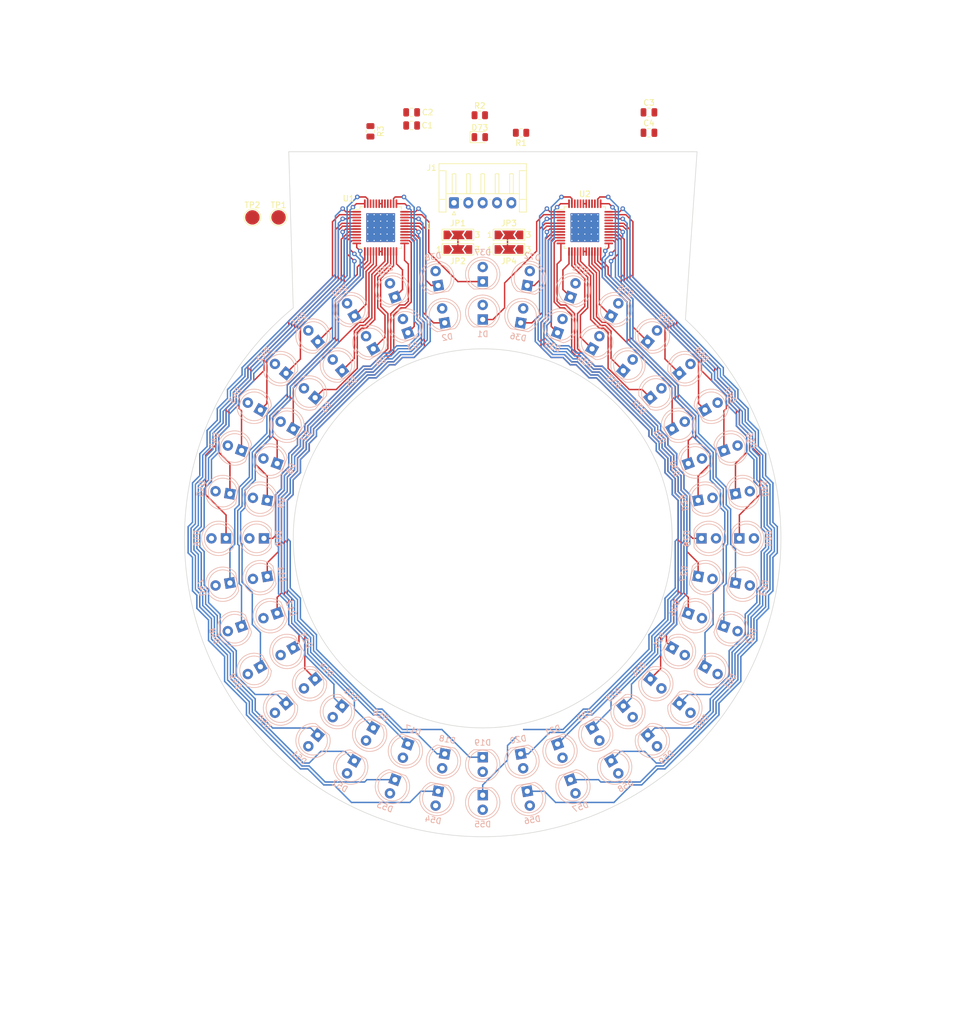
<source format=kicad_pcb>
(kicad_pcb (version 20211014) (generator pcbnew)
  (layers (0 "F.Cu" mixed) (1 "In1.Cu" signal) (2 "In2.Cu" signal) (31 "B.Cu" signal) (34 "B.Paste" user) (35 "F.Paste" user) (36 "B.SilkS" user "B.Silkscreen") (37 "F.SilkS" user "F.Silkscreen") (38 "B.Mask" user) (39 "F.Mask" user) (44 "Edge.Cuts" user))
  (net 0 "")
  (net 1 "Net-(D2-Pad1)")
  (net 2 "Net-(D11-Pad1)")
  (net 3 "Net-(D12-Pad1)")
  (net 4 "Net-(D15-Pad1)")
  (net 5 "Net-(D18-Pad1)")
  (net 6 "Net-(D19-Pad1)")
  (net 7 "Net-(D21-Pad1)")
  (net 8 "Net-(D58-Pad1)")
  (net 9 "Net-(D59-Pad1)")
  (net 10 "Net-(D63-Pad1)")
  (net 11 "Net-(D64-Pad1)")
  (net 12 "Net-(D65-Pad1)")
  (net 13 "Net-(D66-Pad1)")
  (net 14 "Net-(D67-Pad1)")
  (net 15 "Net-(D68-Pad1)")
  (net 16 "Net-(D39-Pad1)")
  (net 17 "Net-(D60-Pad1)")
  (net 18 "+5V")
  (net 19 "GND")
  (net 20 "Net-(D38-Pad1)")
  (net 21 "Net-(D73-Pad2)")
  (net 22 "Net-(D6-Pad1)")
  (net 23 "Net-(D57-Pad1)")
  (net 24 "Net-(D17-Pad1)")
  (net 25 "Net-(D70-Pad1)")
  (net 26 "Net-(D4-Pad1)")
  (net 27 "Net-(D8-Pad1)")
  (net 28 "Net-(D28-Pad1)")
  (net 29 "Net-(D29-Pad1)")
  (net 30 "Net-(D31-Pad1)")
  (net 31 "Net-(D32-Pad1)")
  (net 32 "Net-(D41-Pad1)")
  (net 33 "Net-(D46-Pad1)")
  (net 34 "Net-(D54-Pad1)")
  (net 35 "Net-(D1-Pad1)")
  (net 36 "Net-(D20-Pad1)")
  (net 37 "Net-(D22-Pad1)")
  (net 38 "Net-(D23-Pad1)")
  (net 39 "Net-(D24-Pad1)")
  (net 40 "Net-(D25-Pad1)")
  (net 41 "Net-(D26-Pad1)")
  (net 42 "Net-(D27-Pad1)")
  (net 43 "Net-(D30-Pad1)")
  (net 44 "Net-(D33-Pad1)")
  (net 45 "Net-(D34-Pad1)")
  (net 46 "Net-(D35-Pad1)")
  (net 47 "Net-(D36-Pad1)")
  (net 48 "Net-(D55-Pad1)")
  (net 49 "Net-(D56-Pad1)")
  (net 50 "Net-(D61-Pad1)")
  (net 51 "Net-(D62-Pad1)")
  (net 52 "Net-(D69-Pad1)")
  (net 53 "Net-(D71-Pad1)")
  (net 54 "Net-(D72-Pad1)")
  (net 55 "Net-(D3-Pad1)")
  (net 56 "Net-(D5-Pad1)")
  (net 57 "Net-(D7-Pad1)")
  (net 58 "Net-(D9-Pad1)")
  (net 59 "Net-(D10-Pad1)")
  (net 60 "Net-(D13-Pad1)")
  (net 61 "Net-(D14-Pad1)")
  (net 62 "Net-(D16-Pad1)")
  (net 63 "Net-(D37-Pad1)")
  (net 64 "Net-(D40-Pad1)")
  (net 65 "Net-(D42-Pad1)")
  (net 66 "Net-(D43-Pad1)")
  (net 67 "Net-(D44-Pad1)")
  (net 68 "Net-(D45-Pad1)")
  (net 69 "Net-(D47-Pad1)")
  (net 70 "Net-(D48-Pad1)")
  (net 71 "Net-(D49-Pad1)")
  (net 72 "Net-(D50-Pad1)")
  (net 73 "Net-(D51-Pad1)")
  (net 74 "Net-(D52-Pad1)")
  (net 75 "Net-(D53-Pad1)")
  (net 76 "/led_driver_1/SDA")
  (net 77 "/led_driver_1/SCL")
  (net 78 "/led_driver_1/SDB")
  (net 79 "/led_driver_1/AD")
  (net 80 "/led_driver_2/AD")
  (net 81 "/led_driver_2/R_EXT")
  (net 82 "/led_driver_1/R_EXT")
  (footprint "Capacitor_SMD:C_0805_2012Metric" (layer "F.Cu") (at -12.38 -71.882)
    (fp_text reference "C1")
    (fp_text value "0.1u")
  )
  (footprint "Jumper:SolderJumper-3_P2.0mm_Open_TrianglePad1.0x1.5mm_NumberLabels" (layer "F.Cu") (at -4.318 -50.292)
    (fp_text reference "JP2")
    (fp_text value "SolderJumper_3_Open")
  )
  (footprint "Connector_JST:JST_EH_S5B-EH_1x05_P2.50mm_Horizontal" (layer "F.Cu") (at -5 -58.42)
    (fp_text reference "J1")
    (fp_text value "Conn_01x05")
  )
  (footprint "Package_QFP:TQFP-48-1EP_7x7mm_P0.5mm_EP5x5mm_ThermalVias" (layer "F.Cu") (at -17.78 -54.102)
    (fp_text reference "U1")
    (fp_text value "IS31FL3236A")
  )
  (footprint "Capacitor_SMD:C_0805_2012Metric" (layer "F.Cu") (at 28.956 -74.168)
    (fp_text reference "C3")
    (fp_text value "0.1u")
  )
  (footprint "LED_SMD:LED_0805_2012Metric" (layer "F.Cu") (at -0.508 -69.85)
    (fp_text reference "D73")
    (fp_text value "LED_Small")
  )
  (footprint "Resistor_SMD:R_0805_2012Metric" (layer "F.Cu") (at -19.558 -70.866 90)
    (fp_text reference "R3")
    (fp_text value "3.3k")
  )
  (footprint "TestPoint:TestPoint_Pad_D2.5mm" (layer "F.Cu") (at -40.11 -55.88)
    (fp_text reference "TP2")
    (fp_text value "TestPoint")
  )
  (footprint "Jumper:SolderJumper-3_P2.0mm_Open_TrianglePad1.0x1.5mm_NumberLabels" (layer "F.Cu") (at 4.572 -52.832)
    (fp_text reference "JP3")
    (fp_text value "SolderJumper_3_Open")
  )
  (footprint "Jumper:SolderJumper-3_P2.0mm_Open_TrianglePad1.0x1.5mm_NumberLabels" (layer "F.Cu") (at 4.572 -50.292)
    (fp_text reference "JP4")
    (fp_text value "SolderJumper_3_Open")
  )
  (footprint "TestPoint:TestPoint_Pad_D2.5mm" (layer "F.Cu") (at -35.56 -55.88)
    (fp_text reference "TP1")
    (fp_text value "TestPoint")
  )
  (footprint "Package_QFP:TQFP-48-1EP_7x7mm_P0.5mm_EP5x5mm_ThermalVias" (layer "F.Cu") (at 17.785342 -54.096658)
    (fp_text reference "U2")
    (fp_text value "IS31FL3236A")
  )
  (footprint "Jumper:SolderJumper-3_P2.0mm_Open_TrianglePad1.0x1.5mm_NumberLabels" (layer "F.Cu") (at -4.318 -52.832)
    (fp_text reference "JP1")
    (fp_text value "SolderJumper_3_Open")
  )
  (footprint "Capacitor_SMD:C_0805_2012Metric" (layer "F.Cu") (at -12.38 -74.168)
    (fp_text reference "C2")
    (fp_text value "1u")
  )
  (footprint "Resistor_SMD:R_0805_2012Metric" (layer "F.Cu") (at -0.508 -73.66)
    (fp_text reference "R2")
    (fp_text value "510")
  )
  (footprint "Capacitor_SMD:C_0805_2012Metric" (layer "F.Cu") (at 28.956 -70.612)
    (fp_text reference "C4")
    (fp_text value "1u")
  )
  (footprint "Resistor_SMD:R_0805_2012Metric" (layer "F.Cu") (at 6.6825 -70.612)
    (fp_text reference "R1")
    (fp_text value "3.3k")
  )
  (footprint "LED_THT:LED_D5.0mm" (layer "B.Cu") (at 29.186293 -24.490208 40)
    (fp_text reference "D32")
    (fp_text value "LED_Small")
  )
  (footprint "LED_THT:LED_D5.0mm" (layer "B.Cu") (at -7.762768 44.024846 -100)
    (fp_text reference "D54")
    (fp_text value "LED_Small")
  )
  (footprint "LED_THT:LED_D5.0mm" (layer "B.Cu") (at -29.186293 -24.490208 140)
    (fp_text reference "D6")
    (fp_text value "LED_Small")
  )
  (footprint "LED_THT:LED_D5.0mm" (layer "B.Cu") (at 34.245251 28.735177 -40)
    (fp_text reference "D60")
    (fp_text value "LED_Small")
  )
  (footprint "LED_THT:LED_D5.0mm" (layer "B.Cu") (at -34.245251 -28.735177 140)
    (fp_text reference "D42")
    (fp_text value "LED_Small")
  )
  (footprint "LED_THT:LED_D5.0mm" (layer "B.Cu") (at 42.008019 -15.289668 20)
    (fp_text reference "D66")
    (fp_text value "LED_Small")
  )
  (footprint "LED_THT:LED_D5.0mm" (layer "B.Cu") (at 13.030967 35.802289 -70)
    (fp_text reference "D21")
    (fp_text value "LED_Small")
  )
  (footprint "LED_THT:LED_D5.0mm" (layer "B.Cu") (at 37.521175 6.615996 -10)
    (fp_text reference "D27")
    (fp_text value "LED_Small")
  )
  (footprint "LED_THT:LED_D5.0mm" (layer "B.Cu") (at -44.704 0 180)
    (fp_text reference "D46")
    (fp_text value "LED_Small")
  )
  (footprint "LED_THT:LED_D5.0mm" (layer "B.Cu") (at -24.490208 -29.186293 130)
    (fp_text reference "D5")
    (fp_text value "LED_Small")
  )
  (footprint "LED_THT:LED_D5.0mm" (layer "B.Cu") (at 28.735177 34.245251 -50)
    (fp_text reference "D59")
    (fp_text value "LED_Small")
  )
  (footprint "LED_THT:LED_D5.0mm" (layer "B.Cu") (at -42.008019 -15.289668 160)
    (fp_text reference "D44")
    (fp_text value "LED_Small")
  )
  (footprint "LED_THT:LED_D5.0mm" (layer "B.Cu") (at 38.7148 -22.352 30)
    (fp_text reference "D67")
    (fp_text value "LED_Small")
  )
  (footprint "LED_THT:LED_D5.0mm" (layer "B.Cu") (at -13.030967 35.802289 -110)
    (fp_text reference "D17")
    (fp_text value "LED_Small")
  )
  (footprint "LED_THT:LED_D5.0mm" (layer "B.Cu") (at -24.490208 29.186293 -130)
    (fp_text reference "D15")
    (fp_text value "LED_Small")
  )
  (footprint "LED_THT:LED_D5.0mm" (layer "B.Cu") (at -32.995568 -19.05 150)
    (fp_text reference "D7")
    (fp_text value "LED_Small")
  )
  (footprint "LED_THT:LED_D5.0mm" (layer "B.Cu") (at -28.735177 34.245251 -130)
    (fp_text reference "D51")
    (fp_text value "LED_Small")
  )
  (footprint "LED_THT:LED_D5.0mm" (layer "B.Cu") (at 44.024846 -7.762768 10)
    (fp_text reference "D65")
    (fp_text value "LED_Small")
  )
  (footprint "LED_THT:LED_D5.0mm" (layer "B.Cu") (at 42.008019 15.289668 -20)
    (fp_text reference "D62")
    (fp_text value "LED_Small")
  )
  (footprint "LED_THT:LED_D5.0mm" (layer "B.Cu") (at 32.995568 -19.05 30)
    (fp_text reference "D31")
    (fp_text value "LED_Small")
  )
  (footprint "LED_THT:LED_D5.0mm" (layer "B.Cu") (at 0 38.1 -90)
    (fp_text reference "D19")
    (fp_text value "LED_Small")
  )
  (footprint "LED_THT:LED_D5.0mm" (layer "B.Cu") (at -6.615996 37.521175 -100)
    (fp_text reference "D18")
    (fp_text value "LED_Small")
  )
  (footprint "LED_THT:LED_D5.0mm" (layer "B.Cu") (at -22.352 38.7148 -120)
    (fp_text reference "D52")
    (fp_text value "LED_Small")
  )
  (footprint "LED_THT:LED_D5.0mm" (layer "B.Cu") (at -38.7148 22.352 -150)
    (fp_text reference "D49")
    (fp_text value "LED_Small")
  )
  (footprint "LED_THT:LED_D5.0mm" (layer "B.Cu") (at -22.352 -38.7148 120)
    (fp_text reference "D40")
    (fp_text value "LED_Small")
  )
  (footprint "LED_THT:LED_D5.0mm" (layer "B.Cu") (at 32.995568 19.05 -30)
    (fp_text reference "D25")
    (fp_text value "LED_Small")
  )
  (footprint "LED_THT:LED_D5.0mm" (layer "B.Cu") (at 22.352 38.7148 -60)
    (fp_text reference "D58")
    (fp_text value "LED_Small")
  )
  (footprint "LED_THT:LED_D5.0mm" (layer "B.Cu") (at -19.05 -32.995568 120)
    (fp_text reference "D4")
    (fp_text value "LED_Small")
  )
  (footprint "LED_THT:LED_D5.0mm" (layer "B.Cu") (at 19.05 32.995568 -60)
    (fp_text reference "D22")
    (fp_text value "LED_Small")
  )
  (footprint "LED_THT:LED_D5.0mm" (layer "B.Cu") (at -32.995568 19.05 -150)
    (fp_text reference "D13")
    (fp_text value "LED_Small")
  )
  (footprint "LED_THT:LED_D5.0mm" (layer "B.Cu") (at 7.762768 -44.024846 80)
    (fp_text reference "D72")
    (fp_text value "LED_Small")
  )
  (footprint "LED_THT:LED_D5.0mm" (layer "B.Cu") (at 0 -38.1 90)
    (fp_text reference "D1")
    (fp_text value "LED_Small")
  )
  (footprint "LED_THT:LED_D5.0mm" (layer "B.Cu") (at -6.615996 -37.521175 100)
    (fp_text reference "D2")
    (fp_text value "LED_Small")
  )
  (footprint "LED_THT:LED_D5.0mm" (layer "B.Cu") (at 24.490208 29.186293 -50)
    (fp_text reference "D23")
    (fp_text value "LED_Small")
  )
  (footprint "LED_THT:LED_D5.0mm" (layer "B.Cu") (at -13.030967 -35.802289 110)
    (fp_text reference "D3")
    (fp_text value "LED_Small")
  )
  (footprint "LED_THT:LED_D5.0mm" (layer "B.Cu") (at -38.7148 -22.352 150)
    (fp_text reference "D43")
    (fp_text value "LED_Small")
  )
  (footprint "LED_THT:LED_D5.0mm" (layer "B.Cu") (at 7.762768 44.024846 -80)
    (fp_text reference "D56")
    (fp_text value "LED_Small")
  )
  (footprint "LED_THT:LED_D5.0mm" (layer "B.Cu") (at 15.289668 -42.008019 70)
    (fp_text reference "D71")
    (fp_text value "LED_Small")
  )
  (footprint "LED_THT:LED_D5.0mm" (layer "B.Cu") (at -44.024846 7.762768 -170)
    (fp_text reference "D47")
    (fp_text value "LED_Small")
  )
  (footprint "LED_THT:LED_D5.0mm" (layer "B.Cu") (at 35.802289 13.030967 -20)
    (fp_text reference "D26")
    (fp_text value "LED_Small")
  )
  (footprint "LED_THT:LED_D5.0mm" (layer "B.Cu") (at 22.352 -38.7148 60)
    (fp_text reference "D70")
    (fp_text value "LED_Small")
  )
  (footprint "LED_THT:LED_D5.0mm" (layer "B.Cu") (at 35.802289 -13.030967 20)
    (fp_text reference "D30")
    (fp_text value "LED_Small")
  )
  (footprint "LED_THT:LED_D5.0mm" (layer "B.Cu") (at 38.7148 22.352 -30)
    (fp_text reference "D61")
    (fp_text value "LED_Small")
  )
  (footprint "LED_THT:LED_D5.0mm" (layer "B.Cu") (at 0 44.704 -90)
    (fp_text reference "D55")
    (fp_text value "LED_Small")
  )
  (footprint "LED_THT:LED_D5.0mm" (layer "B.Cu") (at 34.245251 -28.735177 40)
    (fp_text reference "D68")
    (fp_text value "LED_Small")
  )
  (footprint "LED_THT:LED_D5.0mm" (layer "B.Cu") (at -7.762768 -44.024846 100)
    (fp_text reference "D38")
    (fp_text value "LED_Small")
  )
  (footprint "LED_THT:LED_D5.0mm" (layer "B.Cu") (at 15.289668 42.008019 -70)
    (fp_text reference "D57")
    (fp_text value "LED_Small")
  )
  (footprint "LED_THT:LED_D5.0mm" (layer "B.Cu") (at -38.1 0 180)
    (fp_text reference "D10")
    (fp_text value "LED_Small")
  )
  (footprint "LED_THT:LED_D5.0mm" (layer "B.Cu") (at 29.186293 24.490208 -40)
    (fp_text reference "D24")
    (fp_text value "LED_Small")
  )
  (footprint "LED_THT:LED_D5.0mm" (layer "B.Cu") (at 13.030967 -35.802289 70)
    (fp_text reference "D35")
    (fp_text value "LED_Small")
  )
  (footprint "LED_THT:LED_D5.0mm" (layer "B.Cu") (at 0 -44.704 90)
    (fp_text reference "D37")
    (fp_text value "LED_Small")
  )
  (footprint "LED_THT:LED_D5.0mm" (layer "B.Cu") (at -29.186293 24.490208 -140)
    (fp_text reference "D14")
    (fp_text value "LED_Small")
  )
  (footprint "LED_THT:LED_D5.0mm" (layer "B.Cu") (at 44.024846 7.762768 -10)
    (fp_text reference "D63")
    (fp_text value "LED_Small")
  )
  (footprint "LED_THT:LED_D5.0mm" (layer "B.Cu") (at -44.024846 -7.762768 170)
    (fp_text reference "D45")
    (fp_text value "LED_Small")
  )
  (footprint "LED_THT:LED_D5.0mm" (layer "B.Cu") (at -19.05 32.995568 -120)
    (fp_text reference "D16")
    (fp_text value "LED_Small")
  )
  (footprint "LED_THT:LED_D5.0mm" (layer "B.Cu") (at -37.521175 -6.615996 170)
    (fp_text reference "D9")
    (fp_text value "LED_Small")
  )
  (footprint "LED_THT:LED_D5.0mm" (layer "B.Cu") (at -35.802289 -13.030967 160)
    (fp_text reference "D8")
    (fp_text value "LED_Small")
  )
  (footprint "LED_THT:LED_D5.0mm" (layer "B.Cu") (at 44.704 0)
    (fp_text reference "D64")
    (fp_text value "LED_Small")
  )
  (footprint "LED_THT:LED_D5.0mm" (layer "B.Cu") (at 6.615996 37.521175 -80)
    (fp_text reference "D20")
    (fp_text value "LED_Small")
  )
  (footprint "LED_THT:LED_D5.0mm" (layer "B.Cu") (at -15.289668 42.008019 -110)
    (fp_text reference "D53")
    (fp_text value "LED_Small")
  )
  (footprint "LED_THT:LED_D5.0mm" (layer "B.Cu") (at -28.735177 -34.245251 130)
    (fp_text reference "D41")
    (fp_text value "LED_Small")
  )
  (footprint "LED_THT:LED_D5.0mm" (layer "B.Cu") (at -34.245251 28.735177 -140)
    (fp_text reference "D50")
    (fp_text value "LED_Small")
  )
  (footprint "LED_THT:LED_D5.0mm" (layer "B.Cu") (at 28.735177 -34.245251 50)
    (fp_text reference "D69")
    (fp_text value "LED_Small")
  )
  (footprint "LED_THT:LED_D5.0mm" (layer "B.Cu") (at 6.615996 -37.521175 80)
    (fp_text reference "D36")
    (fp_text value "LED_Small")
  )
  (footprint "LED_THT:LED_D5.0mm" (layer "B.Cu") (at -35.802289 13.030967 -160)
    (fp_text reference "D12")
    (fp_text value "LED_Small")
  )
  (footprint "LED_THT:LED_D5.0mm" (layer "B.Cu") (at -42.008019 15.289668 -160)
    (fp_text reference "D48")
    (fp_text value "LED_Small")
  )
  (footprint "LED_THT:LED_D5.0mm" (layer "B.Cu") (at 19.05 -32.995568 60)
    (fp_text reference "D34")
    (fp_text value "LED_Small")
  )
  (footprint "LED_THT:LED_D5.0mm" (layer "B.Cu") (at 38.1 0)
    (fp_text reference "D28")
    (fp_text value "LED_Small")
  )
  (footprint "LED_THT:LED_D5.0mm" (layer "B.Cu") (at 37.521175 -6.615996 10)
    (fp_text reference "D29")
    (fp_text value "LED_Small")
  )
  (footprint "LED_THT:LED_D5.0mm" (layer "B.Cu") (at -37.521175 6.615996 -170)
    (fp_text reference "D11")
    (fp_text value "LED_Small")
  )
  (footprint "LED_THT:LED_D5.0mm" (layer "B.Cu") (at 24.490208 -29.186293 50)
    (fp_text reference "D33")
    (fp_text value "LED_Small")
  )
  (footprint "LED_THT:LED_D5.0mm" (layer "B.Cu") (at -15.289668 -42.008019 110)
    (fp_text reference "D39")
    (fp_text value "LED_Small")
  )
  (gr_circle (center 0 0) (end 33 0) (layer "Edge.Cuts") (width 0.1) (fill none))
  (gr_line (start -33.782 -67.31) (end 37.338 -67.31) (layer "Edge.Cuts") (width 0.1))
  (gr_line (start 37.338 -67.31) (end 35.305999 -38.099999) (layer "Edge.Cuts") (width 0.1))
  (gr_line (start -33.003037 -40.111384) (end -33.782 -67.31) (layer "Edge.Cuts") (width 0.1))
  (gr_arc (start 35.305999 -38.099999) (mid -1.528832 51.920961) (end -33.003037 -40.111384) (layer "Edge.Cuts") (width 0.1))
  (segment (start -13.6175 -54.352) (end -11.151305 -54.352) (width 0.25) (layer "F.Cu") (net 1))
  (segment (start -6.615996 -37.521175) (end -8.565175 -37.521175) (width 0.25) (layer "F.Cu") (net 1))
  (segment (start -8.565175 -37.521175) (end -10.414 -39.37) (width 0.25) (layer "F.Cu") (net 1))
  (segment (start -10.414 -53.614695) (end -10.414 -39.37) (width 0.25) (layer "F.Cu") (net 1))
  (segment (start -11.151305 -54.352) (end -10.414 -53.614695) (width 0.25) (layer "F.Cu") (net 1))
  (segment (start -34.544 -10.922) (end -33.274 -12.192) (width 0.25) (layer "F.Cu") (net 2))
  (segment (start -30.48 -19.558) (end -20.574 -29.464) (width 0.25) (layer "F.Cu") (net 2))
  (segment (start -31.75 -16.002) (end -31.75 -17.272) (width 0.25) (layer "F.Cu") (net 2))
  (segment (start -33.274 -12.192) (end -33.274 -14.478) (width 0.25) (layer "F.Cu") (net 2))
  (segment (start -14.478 -40.64) (end -13.590396 -40.64) (width 0.25) (layer "F.Cu") (net 2))
  (segment (start -37.521175 6.615996) (end -37.521175 4.247175) (width 0.25) (layer "F.Cu") (net 2))
  (segment (start -34.544 -8.382) (end -34.544 -10.922) (width 0.25) (layer "F.Cu") (net 2))
  (segment (start -13.590396 -40.64) (end -12.954 -41.276396) (width 0.25) (layer "F.Cu") (net 2))
  (segment (start -20.574 -29.464) (end -19.304 -29.464) (width 0.25) (layer "F.Cu") (net 2))
  (segment (start -12.954 -41.276396) (end -12.954 -47.752) (width 0.25) (layer "F.Cu") (net 2))
  (segment (start -16.002 -39.116) (end -14.478 -40.64) (width 0.25) (layer "F.Cu") (net 2))
  (segment (start -35.56 -7.366) (end -34.544 -8.382) (width 0.25) (layer "F.Cu") (net 2))
  (segment (start -19.304 -29.464) (end -16.002 -32.766) (width 0.25) (layer "F.Cu") (net 2))
  (segment (start -37.521175 4.247175) (end -35.56 2.286) (width 0.25) (layer "F.Cu") (net 2))
  (segment (start -33.274 -14.478) (end -31.75 -16.002) (width 0.25) (layer "F.Cu") (net 2))
  (segment (start -35.56 2.286) (end -35.56 -7.366) (width 0.25) (layer "F.Cu") (net 2))
  (segment (start -13.6175 -51.352) (end -13.6175 -48.4155) (width 0.25) (layer "F.Cu") (net 2))
  (segment (start -13.6175 -48.4155) (end -12.954 -47.752) (width 0.25) (layer "F.Cu") (net 2))
  (segment (start -30.48 -18.542) (end -30.48 -19.558) (width 0.25) (layer "F.Cu") (net 2))
  (segment (start -16.002 -32.766) (end -16.002 -39.116) (width 0.25) (layer "F.Cu") (net 2))
  (segment (start -31.75 -17.272) (end -30.48 -18.542) (width 0.25) (layer "F.Cu") (net 2))
  (segment (start -35.802289 10.275289) (end -35.052 9.525) (width 0.25) (layer "F.Cu") (net 3))
  (segment (start -31.242 -17.018) (end -29.972 -18.288) (width 0.25) (layer "F.Cu") (net 3))
  (segment (start -35.802289 13.030967) (end -35.802289 10.275289) (width 0.25) (layer "F.Cu") (net 3))
  (segment (start -13.462 -40.132) (end -12.446 -41.148) (width 0.25) (layer "F.Cu") (net 3))
  (segment (start -13.6175 -51.852) (end -12.814315 -51.852) (width 0.25) (layer "F.Cu") (net 3))
  (segment (start -32.766 -14.224) (end -31.242 -15.748) (width 0.25) (layer "F.Cu") (net 3))
  (segment (start -34.036 -10.668) (end -32.766 -11.938) (width 0.25) (layer "F.Cu") (net 3))
  (segment (start -35.052 -7.112) (end -34.036 -8.128) (width 0.25) (layer "F.Cu") (net 3))
  (segment (start -14.224 -40.132) (end -13.462 -40.132) (width 0.25) (layer "F.Cu") (net 3))
  (segment (start -15.494 -32.512) (end -15.494 -38.862) (width 0.25) (layer "F.Cu") (net 3))
  (segment (start -29.972 -18.288) (end -29.972 -19.304) (width 0.25) (layer "F.Cu") (net 3))
  (segment (start -29.972 -19.304) (end -20.32 -28.956) (width 0.25) (layer "F.Cu") (net 3))
  (segment (start -20.32 -28.956) (end -19.05 -28.956) (width 0.25) (layer "F.Cu") (net 3))
  (segment (start -12.814315 -51.852) (end -12.446 -51.483685) (width 0.25) (layer "F.Cu") (net 3))
  (segment (start -34.036 -8.128) (end -34.036 -10.668) (width 0.25) (layer "F.Cu") (net 3))
  (segment (start -35.052 9.525) (end -35.052 -7.112) (width 0.25) (layer "F.Cu") (net 3))
  (segment (start -32.766 -11.938) (end -32.766 -14.224) (width 0.25) (layer "F.Cu") (net 3))
  (segment (start -19.05 -28.956) (end -15.494 -32.512) (width 0.25) (layer "F.Cu") (net 3))
  (segment (start -12.446 -41.148) (end -12.446 -51.483685) (width 0.25) (layer "F.Cu") (net 3))
  (segment (start -31.242 -15.748) (end -31.242 -17.018) (width 0.25) (layer "F.Cu") (net 3))
  (segment (start -15.494 -38.862) (end -14.224 -40.132) (width 0.25) (layer "F.Cu") (net 3))
  (via (at 11.181342 -57.398658) (size 0.8) (drill 0.4) (layers "F.Cu" "B.Cu") (net 3))
  (via (at -24.384 -57.404) (size 0.8) (drill 0.4) (layers "F.Cu" "B.Cu") (net 3))
  (segment (start -12.958299 -57.653701) (end -13.569098 -58.2645) (width 0.25) (layer "F.Cu") (net 4))
  (segment (start -13.569098 -58.2645) (end -15.03 -58.2645) (width 0.25) (layer "F.Cu") (net 4))
  (via (at -12.958299 -57.653701) (size 0.8) (drill 0.4) (layers "F.Cu" "B.Cu") (net 4))
  (segment (start -30.988 20.32) (end -30.988 17.78) (width 0.25) (layer "B.Cu") (net 4))
  (segment (start -12.954 -33.528) (end -11.176 -35.306) (width 0.25) (layer "B.Cu") (net 4))
  (segment (start -25.908 27.768501) (end -25.908 25.4) (width 0.25) (layer "B.Cu") (net 4))
  (segment (start -35.56 9.652) (end -35.56 1.524) (width 0.25) (layer "B.Cu") (net 4))
  (segment (start -25.908 25.4) (end -30.988 20.32) (width 0.25) (layer "B.Cu") (net 4))
  (segment (start -12.446 -57.141402) (end -12.958299 -57.653701) (width 0.25) (layer "B.Cu") (net 4))
  (segment (start -11.938 -37.846) (end -11.938 -51.562) (width 0.25) (layer "B.Cu") (net 4))
  (segment (start -30.988 -19.812) (end -20.828 -29.972) (width 0.25) (layer "B.Cu") (net 4))
  (segment (start -11.176 -37.084) (end -11.938 -37.846) (width 0.25) (layer "B.Cu") (net 4))
  (segment (start -32.258 -17.526) (end -30.988 -18.796) (width 0.25) (layer "B.Cu") (net 4))
  (segment (start -35.052 -8.636) (end -35.052 -11.176) (width 0.25) (layer "B.Cu") (net 4))
  (segment (start -33.782 14.986) (end -33.782 11.43) (width 0.25) (layer "B.Cu") (net 4))
  (segment (start -35.052 -11.176) (end -33.782 -12.446) (width 0.25) (layer "B.Cu") (net 4))
  (segment (start -20.828 -29.972) (end -19.558 -29.972) (width 0.25) (layer "B.Cu") (net 4))
  (segment (start -12.446 -52.07) (end -12.446 -57.141402) (width 0.25) (layer "B.Cu") (net 4))
  (segment (start -11.938 -51.562) (end -12.446 -52.07) (width 0.25) (layer "B.Cu") (net 4))
  (segment (start -35.56 1.524) (end -36.068 1.016) (width 0.25) (layer "B.Cu") (net 4))
  (segment (start -24.490208 29.186293) (end -25.908 27.768501) (width 0.25) (layer "B.Cu") (net 4))
  (segment (start -32.258 -16.256) (end -32.258 -17.526) (width 0.25) (layer "B.Cu") (net 4))
  (segment (start -14.986 -33.528) (end -12.954 -33.528) (width 0.25) (layer "B.Cu") (net 4))
  (segment (start -17.272 -32.258) (end -16.256 -32.258) (width 0.25) (layer "B.Cu") (net 4))
  (segment (start -36.068 1.016) (end -36.068 -7.62) (width 0.25) (layer "B.Cu") (net 4))
  (segment (start -36.068 -7.62) (end -35.052 -8.636) (width 0.25) (layer "B.Cu") (net 4))
  (segment (start -33.782 11.43) (end -35.56 9.652) (width 0.25) (layer "B.Cu") (net 4))
  (segment (start -30.988 -18.796) (end -30.988 -19.812) (width 0.25) (layer "B.Cu") (net 4))
  (segment (start -33.782 -12.446) (end -33.782 -14.732) (width 0.25) (layer "B.Cu") (net 4))
  (segment (start -19.558 -29.972) (end -17.272 -32.258) (width 0.25) (layer "B.Cu") (net 4))
  (segment (start -30.988 17.78) (end -33.782 14.986) (width 0.25) (layer "B.Cu") (net 4))
  (segment (start -16.256 -32.258) (end -14.986 -33.528) (width 0.25) (layer "B.Cu") (net 4))
  (segment (start -11.176 -35.306) (end -11.176 -37.084) (width 0.25) (layer "B.Cu") (net 4))
  (segment (start -33.782 -14.732) (end -32.258 -16.256) (width 0.25) (layer "B.Cu") (net 4))
  (segment (start -13.6175 -55.852) (end -12.164 -55.852) (width 0.25) (layer "F.Cu") (net 5))
  (segment (start -12.164 -55.852) (end -11.938 -55.626) (width 0.25) (layer "F.Cu") (net 5))
  (segment (start -11.938 -55.626) (end -11.176 -55.626) (width 0.25) (layer "F.Cu") (net 5))
  (via (at -11.176 -55.626) (size 0.8) (drill 0.4) (layers "F.Cu" "B.Cu") (net 5))
  (segment (start -14.224 -32.004) (end -12.192 -32.004) (width 0.25) (layer "B.Cu") (net 5))
  (segment (start -14.224 33.782) (end -17.78 30.226) (width 0.25) (layer "B.Cu") (net 5))
  (segment (start -29.464 -18.034) (end -29.464 -19.05) (width 0.25) (layer "B.Cu") (net 5))
  (segment (start -7.944825 37.521175) (end -11.684 33.782) (width 0.25) (layer "B.Cu") (net 5))
  (segment (start -6.615996 37.521175) (end -7.944825 37.521175) (width 0.25) (layer "B.Cu") (net 5))
  (segment (start -10.414 -54.864) (end -11.176 -55.626) (width 0.25) (layer "B.Cu") (net 5))
  (segment (start -9.652 -34.544) (end -9.652 -37.846) (width 0.25) (layer "B.Cu") (net 5))
  (segment (start -32.258 10.668) (end -34.036 8.89) (width 0.25) (layer "B.Cu") (net 5))
  (segment (start -34.036 8.89) (end -34.036 0.762) (width 0.25) (layer "B.Cu") (net 5))
  (segment (start -33.528 -10.414) (end -32.258 -11.684) (width 0.25) (layer "B.Cu") (net 5))
  (segment (start -18.796 -28.448) (end -16.51 -30.734) (width 0.25) (layer "B.Cu") (net 5))
  (segment (start -30.734 -15.494) (end -30.734 -16.764) (width 0.25) (layer "B.Cu") (net 5))
  (segment (start -16.51 -30.734) (end -15.494 -30.734) (width 0.25) (layer "B.Cu") (net 5))
  (segment (start -34.544 -6.858) (end -33.528 -7.874) (width 0.25) (layer "B.Cu") (net 5))
  (segment (start -11.684 33.782) (end -14.224 33.782) (width 0.25) (layer "B.Cu") (net 5))
  (segment (start -34.544 0.254) (end -34.544 -6.858) (width 0.25) (layer "B.Cu") (net 5))
  (segment (start -29.464 -19.05) (end -20.066 -28.448) (width 0.25) (layer "B.Cu") (net 5))
  (segment (start -32.258 -13.97) (end -30.734 -15.494) (width 0.25) (layer "B.Cu") (net 5))
  (segment (start -15.494 -30.734) (end -14.224 -32.004) (width 0.25) (layer "B.Cu") (net 5))
  (segment (start -29.464 17.018) (end -32.258 14.224) (width 0.25) (layer "B.Cu") (net 5))
  (segment (start -17.78 30.226) (end -18.796 30.226) (width 0.25) (layer "B.Cu") (net 5))
  (segment (start -18.796 30.226) (end -29.464 19.558) (width 0.25) (layer "B.Cu") (net 5))
  (segment (start -9.652 -37.846) (end -10.414 -38.608) (width 0.25) (layer "B.Cu") (net 5))
  (segment (start -29.464 19.558) (end -29.464 17.018) (width 0.25) (layer "B.Cu") (net 5))
  (segment (start -32.258 14.224) (end -32.258 10.668) (width 0.25) (layer "B.Cu") (net 5))
  (segment (start -10.414 -38.608) (end -10.414 -54.864) (width 0.25) (layer "B.Cu") (net 5))
  (segment (start -12.192 -32.004) (end -9.652 -34.544) (width 0.25) (layer "B.Cu") (net 5))
  (segment (start -33.528 -7.874) (end -33.528 -10.414) (width 0.25) (layer "B.Cu") (net 5))
  (segment (start -34.036 0.762) (end -34.544 0.254) (width 0.25) (layer "B.Cu") (net 5))
  (segment (start -30.734 -16.764) (end -29.464 -18.034) (width 0.25) (layer "B.Cu") (net 5))
  (segment (start -20.066 -28.448) (end -18.796 -28.448) (width 0.25) (layer "B.Cu") (net 5))
  (segment (start -32.258 -11.684) (end -32.258 -13.97) (width 0.25) (layer "B.Cu") (net 5))
  (segment (start -11.176 -57.404) (end -11.728 -56.852) (width 0.25) (layer "F.Cu") (net 6))
  (segment (start -11.728 -56.852) (end -13.6175 -56.852) (width 0.25) (layer "F.Cu") (net 6))
  (via (at -11.176 -57.404) (size 0.8) (drill 0.4) (layers "F.Cu" "B.Cu") (net 6))
  (segment (start -33.528 8.636) (end -33.528 0.508) (width 0.25) (layer "B.Cu") (net 6))
  (segment (start -28.956 19.304) (end -28.956 16.764) (width 0.25) (layer "B.Cu") (net 6))
  (segment (start -31.75 13.97) (end -31.75 10.414) (width 0.25) (layer "B.Cu") (net 6))
  (segment (start -9.906 -56.134) (end -11.176 -57.404) (width 0.25) (layer "B.Cu") (net 6))
  (segment (start -33.528 0.508) (end -34.036 0) (width 0.25) (layer "B.Cu") (net 6))
  (segment (start -19.812 -27.94) (end -18.542 -27.94) (width 0.25) (layer "B.Cu") (net 6))
  (segment (start -18.542 29.718) (end -28.956 19.304) (width 0.25) (layer "B.Cu") (net 6))
  (segment (start -34.036 -6.604) (end -33.02 -7.62) (width 0.25) (layer "B.Cu") (net 6))
  (segment (start -28.956 -17.78) (end -28.956 -18.796) (width 0.25) (layer "B.Cu") (net 6))
  (segment (start -28.956 -18.796) (end -19.812 -27.94) (width 0.25) (layer "B.Cu") (net 6))
  (segment (start -9.144 -38.1) (end -9.906 -38.862) (width 0.25) (layer "B.Cu") (net 6))
  (segment (start -18.542 -27.94) (end -16.256 -30.226) (width 0.25) (layer "B.Cu") (net 6))
  (segment (start -16.256 -30.226) (end -15.24 -30.226) (width 0.25) (layer "B.Cu") (net 6))
  (segment (start -28.956 16.764) (end -31.75 13.97) (width 0.25) (layer "B.Cu") (net 6))
  (segment (start -11.938 -31.496) (end -9.144 -34.29) (width 0.25) (layer "B.Cu") (net 6))
  (segment (start -17.526 29.718) (end -18.542 29.718) (width 0.25) (layer "B.Cu") (net 6))
  (segment (start -9.144 -34.29) (end -9.144 -38.1) (width 0.25) (layer "B.Cu") (net 6))
  (segment (start -31.75 10.414) (end -33.528 8.636) (width 0.25) (layer "B.Cu") (net 6))
  (segment (start -31.75 -13.716) (end -30.226 -15.24) (width 0.25) (layer "B.Cu") (net 6))
  (segment (start -2.286 38.1) (end -7.112 33.274) (width 0.25) (layer "B.Cu") (net 6))
  (segment (start -33.02 -10.16) (end -31.75 -11.43) (width 0.25) (layer "B.Cu") (net 6))
  (segment (start -15.24 -30.226) (end -13.97 -31.496) (width 0.25) (layer "B.Cu") (net 6))
  (segment (start -30.226 -15.24) (end -30.226 -16.51) (width 0.25) (layer "B.Cu") (net 6))
  (segment (start -33.02 -7.62) (end -33.02 -10.16) (width 0.25) (layer "B.Cu") (net 6))
  (segment (start -9.906 -38.862) (end -9.906 -56.134) (width 0.25) (layer "B.Cu") (net 6))
  (segment (start -34.036 0) (end -34.036 -6.604) (width 0.25) (layer "B.Cu") (net 6))
  (segment (start -13.97 -31.496) (end -11.938 -31.496) (width 0.25) (layer "B.Cu") (net 6))
  (segment (start -7.112 33.274) (end -13.97 33.274) (width 0.25) (layer "B.Cu") (net 6))
  (segment (start -13.97 33.274) (end -17.526 29.718) (width 0.25) (layer "B.Cu") (net 6))
  (segment (start -30.226 -16.51) (end -28.956 -17.78) (width 0.25) (layer "B.Cu") (net 6))
  (segment (start 0 38.1) (end -2.286 38.1) (width 0.25) (layer "B.Cu") (net 6))
  (segment (start -31.75 -11.43) (end -31.75 -13.716) (width 0.25) (layer "B.Cu") (net 6))
  (segment (start 13.6175 -53.852) (end 13.6135 -53.848) (width 0.25) (layer "F.Cu") (net 7))
  (segment (start 11.67261 -53.848) (end 11.170305 -53.345695) (width 0.25) (layer "F.Cu") (net 7))
  (segment (start 13.6135 -53.848) (end 11.67261 -53.848) (width 0.25) (layer "F.Cu") (net 7))
  (segment (start 29.972 17.272) (end 32.766 14.478) (width 0.25) (layer "B.Cu") (net 7))
  (segment (start 32.766 -14.224) (end 31.242 -15.748) (width 0.25) (layer "B.Cu") (net 7))
  (segment (start 32.766 -11.938) (end 32.766 -14.224) (width 0.25) (layer "B.Cu") (net 7))
  (segment (start 29.972 19.812) (end 29.972 17.272) (width 0.25) (layer "B.Cu") (net 7))
  (segment (start 10.16 -37.592) (end 10.922 -38.354) (width 0.25) (layer "B.Cu") (net 7))
  (segment (start 10.922 -52.324) (end 11.176 -52.578) (width 0.25) (layer "B.Cu") (net 7))
  (segment (start 20.32 -28.956) (end 19.05 -28.956) (width 0.25) (layer "B.Cu") (net 7))
  (segment (start 14.478 -32.512) (end 12.446 -32.512) (width 0.25) (layer "B.Cu") (net 7))
  (segment (start 35.052 -7.112) (end 34.036 -8.128) (width 0.25) (layer "B.Cu") (net 7))
  (segment (start 29.972 -19.304) (end 20.32 -28.956) (width 0.25) (layer "B.Cu") (net 7))
  (segment (start 15.748 -31.242) (end 14.478 -32.512) (width 0.25) (layer "B.Cu") (net 7))
  (segment (start 12.446 -32.512) (end 10.16 -34.798) (width 0.25) (layer "B.Cu") (net 7))
  (segment (start 19.05 30.734) (end 29.972 19.812) (width 0.25) (layer "B.Cu") (net 7))
  (segment (start 13.030967 35.802289) (end 18.099256 30.734) (width 0.25) (layer "B.Cu") (net 7))
  (segment (start 31.242 -17.018) (end 29.972 -18.288) (width 0.25) (layer "B.Cu") (net 7))
  (segment (start 19.05 -28.956) (end 16.764 -31.242) (width 0.25) (layer "B.Cu") (net 7))
  (segment (start 29.972 -18.288) (end 29.972 -19.304) (width 0.25) (layer "B.Cu") (net 7))
  (segment (start 31.242 -15.748) (end 31.242 -17.018) (width 0.25) (layer "B.Cu") (net 7))
  (segment (start 34.544 1.016) (end 35.052 0.508) (width 0.25) (layer "B.Cu") (net 7))
  (segment (start 10.922 -38.354) (end 10.922 -52.324) (width 0.25) (layer "B.Cu") (net 7))
  (segment (start 16.764 -31.242) (end 15.748 -31.242) (width 0.25) (layer "B.Cu") (net 7))
  (segment (start 32.766 14.478) (end 32.766 10.922) (width 0.25) (layer "B.Cu") (net 7))
  (segment (start 32.766 10.922) (end 34.544 9.144) (width 0.25) (layer "B.Cu") (net 7))
  (segment (start 34.036 -8.128) (end 34.036 -10.668) (width 0.25) (layer "B.Cu") (net 7))
  (segment (start 10.16 -34.798) (end 10.16 -37.592) (width 0.25) (layer "B.Cu") (net 7))
  (segment (start 34.544 9.144) (end 34.544 1.016) (width 0.25) (layer "B.Cu") (net 7))
  (segment (start 35.052 0.508) (end 35.052 -7.112) (width 0.25) (layer "B.Cu") (net 7))
  (segment (start 11.176 -52.578) (end 11.176 -53.34) (width 0.25) (layer "B.Cu") (net 7))
  (segment (start 18.099256 30.734) (end 19.05 30.734) (width 0.25) (layer "B.Cu") (net 7))
  (segment (start 11.176 -53.34) (end 11.170305 -53.345695) (width 0.25) (layer "B.Cu") (net 7))
  (segment (start 34.036 -10.668) (end 32.766 -11.938) (width 0.25) (layer "B.Cu") (net 7))
  (segment (start 23.872 -53.852) (end 24.384 -53.34) (width 0.25) (layer "F.Cu") (net 8))
  (segment (start 21.9425 -53.852) (end 23.872 -53.852) (width 0.25) (layer "F.Cu") (net 8))
  (via (at 24.395037 -53.340353) (size 0.8) (drill 0.4) (layers "F.Cu" "B.Cu") (net 8))
  (segment (start 23.9828 37.084) (end 28.194 37.084) (width 0.25) (layer "B.Cu") (net 8))
  (segment (start 40.132 28.194) (end 43.942 24.384) (width 0.25) (layer "B.Cu") (net 8))
  (segment (start 40.894 -27.94) (end 40.894 -29.21) (width 0.25) (layer "B.Cu") (net 8))
  (segment (start 48.768 9.398) (end 49.53 8.636) (width 0.25) (layer "B.Cu") (net 8))
  (segment (start 45.212 -20.066) (end 45.212 -22.098) (width 0.25) (layer "B.Cu") (net 8))
  (segment (start 43.434 -23.876) (end 43.434 -25.4) (width 0.25) (layer "B.Cu") (net 8))
  (segment (start 43.434 -25.4) (end 40.894 -27.94) (width 0.25) (layer "B.Cu") (net 8))
  (segment (start 46.736 13.716) (end 48.768 11.684) (width 0.25) (layer "B.Cu") (net 8))
  (segment (start 24.13 -52.324) (end 24.13 -45.974) (width 0.25) (layer "B.Cu") (net 8))
  (segment (start 49.53 8.636) (end 49.53 2.794) (width 0.25) (layer "B.Cu") (net 8))
  (segment (start 48.26 -10.414) (end 48.26 -14.224) (width 0.25) (layer "B.Cu") (net 8))
  (segment (start 48.768 11.684) (end 48.768 9.398) (width 0.25) (layer "B.Cu") (net 8))
  (segment (start 22.352 38.7148) (end 23.9828 37.084) (width 0.25) (layer "B.Cu") (net 8))
  (segment (start 24.389342 -53.345342) (end 24.384 -53.34) (width 0.25) (layer "B.Cu") (net 8))
  (segment (start 49.53 -2.286) (end 49.53 -9.144) (width 0.25) (layer "B.Cu") (net 8))
  (segment (start 50.292 2.032) (end 50.292 -1.524) (width 0.25) (layer "B.Cu") (net 8))
  (segment (start 46.736 17.272) (end 46.736 13.716) (width 0.25) (layer "B.Cu") (net 8))
  (segment (start 43.942 20.066) (end 46.736 17.272) (width 0.25) (layer "B.Cu") (net 8))
  (segment (start 49.53 -9.144) (end 48.26 -10.414) (width 0.25) (layer "B.Cu") (net 8))
  (segment (start 49.53 2.794) (end 50.292 2.032) (width 0.25) (layer "B.Cu") (net 8))
  (segment (start 24.384 -53.34) (end 24.384 -52.578) (width 0.25) (layer "B.Cu") (net 8))
  (segment (start 31.242 39.116) (end 40.132 30.226) (width 0.25) (layer "B.Cu") (net 8))
  (segment (start 40.894 -29.21) (end 24.13 -45.974) (width 0.25) (layer "B.Cu") (net 8))
  (segment (start 40.132 30.226) (end 40.132 28.194) (width 0.25) (layer "B.Cu") (net 8))
  (segment (start 24.384 -52.578) (end 24.13 -52.324) (width 0.25) (layer "B.Cu") (net 8))
  (segment (start 45.212 -22.098) (end 43.434 -23.876) (width 0.25) (layer "B.Cu") (net 8))
  (segment (start 30.226 39.116) (end 31.242 39.116) (width 0.25) (layer "B.Cu") (net 8))
  (segment (start 46.99 -15.494) (end 46.99 -18.288) (width 0.25) (layer "B.Cu") (net 8))
  (segment (start 50.292 -1.524) (end 49.53 -2.286) (width 0.25) (layer "B.Cu") (net 8))
  (segment (start 48.26 -14.224) (end 46.99 -15.494) (width 0.25) (layer "B.Cu") (net 8))
  (segment (start 46.99 -18.288) (end 45.212 -20.066) (width 0.25) (layer "B.Cu") (net 8))
  (segment (start 43.942 24.384) (end 43.942 20.066) (width 0.25) (layer "B.Cu") (net 8))
  (segment (start 28.194 37.084) (end 30.226 39.116) (width 0.25) (layer "B.Cu") (net 8))
  (segment (start 20.03 -59.067685) (end 20.03 -58.2645) (width 0.25) (layer "F.Cu") (net 9))
  (segment (start 20.398315 -59.436) (end 20.03 -59.067685) (width 0.25) (layer "F.Cu") (net 9))
  (segment (start 21.844 -59.436) (end 20.398315 -59.436) (width 0.25) (layer "F.Cu") (net 9))
  (via (at 21.849342 -59.430658) (size 0.8) (drill 0.4) (layers "F.Cu" "B.Cu") (net 9))
  (segment (start 46.228 13.462) (end 48.26 11.43) (width 0.25) (layer "B.Cu") (net 9))
  (segment (start 28.735177 34.245251) (end 29.960428 33.02) (width 0.25) (layer "B.Cu") (net 9))
  (segment (start 49.022 8.382) (end 49.022 2.54) (width 0.25) (layer "B.Cu") (net 9))
  (segment (start 47.752 -10.16) (end 47.752 -13.97) (width 0.25) (layer "B.Cu") (net 9))
  (segment (start 46.482 -15.24) (end 46.482 -18.034) (width 0.25) (layer "B.Cu") (net 9))
  (segment (start 39.624 27.94) (end 43.434 24.13) (width 0.25) (layer "B.Cu") (net 9))
  (segment (start 42.926 -23.622) (end 42.926 -25.146) (width 0.25) (layer "B.Cu") (net 9))
  (segment (start 44.704 -19.812) (end 44.704 -21.844) (width 0.25) (layer "B.Cu") (net 9))
  (segment (start 48.26 9.144) (end 49.022 8.382) (width 0.25) (layer "B.Cu") (net 9))
  (segment (start 29.960428 33.02) (end 36.576 33.02) (width 0.25) (layer "B.Cu") (net 9))
  (segment (start 49.022 -8.89) (end 47.752 -10.16) (width 0.25) (layer "B.Cu") (net 9))
  (segment (start 47.752 -13.97) (end 46.482 -15.24) (width 0.25) (layer "B.Cu") (net 9))
  (segment (start 49.022 -2.032) (end 49.022 -8.89) (width 0.25) (layer "B.Cu") (net 9))
  (segment (start 49.784 -1.27) (end 49.022 -2.032) (width 0.25) (layer "B.Cu") (net 9))
  (segment (start 48.26 11.43) (end 48.26 9.144) (width 0.25) (layer "B.Cu") (net 9))
  (segment (start 21.844 -59.436) (end 21.853305 -59.436) (width 0.25) (layer "B.Cu") (net 9))
  (segment (start 36.576 33.02) (end 39.624 29.972) (width 0.25) (layer "B.Cu") (net 9))
  (segment (start 46.228 17.018) (end 46.228 13.462) (width 0.25) (layer "B.Cu") (net 9))
  (segment (start 43.434 24.13) (end 43.434 19.812) (width 0.25) (layer "B.Cu") (net 9))
  (segment (start 43.434 19.812) (end 46.228 17.018) (width 0.25) (layer "B.Cu") (net 9))
  (segment (start 46.482 -18.034) (end 44.704 -19.812) (width 0.25) (layer "B.Cu") (net 9))
  (segment (start 44.704 -21.844) (end 42.926 -23.622) (width 0.25) (layer "B.Cu") (net 9))
  (segment (start 49.022 2.54) (end 49.784 1.778) (width 0.25) (layer "B.Cu") (net 9))
  (segment (start 49.784 1.778) (end 49.784 -1.27) (width 0.25) (layer "B.Cu") (net 9))
  (segment (start 21.853305 -59.436) (end 23.622 -57.667305) (width 0.25) (layer "B.Cu") (net 9))
  (segment (start 42.926 -25.146) (end 40.386 -27.686) (width 0.25) (layer "B.Cu") (net 9))
  (segment (start 40.386 -28.956) (end 23.622 -45.72) (width 0.25) (layer "B.Cu") (net 9))
  (segment (start 40.386 -27.686) (end 40.386 -28.956) (width 0.25) (layer "B.Cu") (net 9))
  (segment (start 23.622 -45.72) (end 23.622 -57.667305) (width 0.25) (layer "B.Cu") (net 9))
  (segment (start 39.624 29.972) (end 39.624 27.94) (width 0.25) (layer "B.Cu") (net 9))
  (segment (start 23.622 -51.815293) (end 23.622 -49.53) (width 0.25) (layer "F.Cu") (net 10))
  (segment (start 23.622 -49.53) (end 22.352 -48.26) (width 0.25) (layer "F.Cu") (net 10))
  (segment (start 23.085293 -52.352) (end 23.622 -51.815293) (width 0.25) (layer "F.Cu") (net 10))
  (segment (start 21.9425 -52.352) (end 23.085293 -52.352) (width 0.25) (layer "F.Cu") (net 10))
  (via (at 22.352 -48.26) (size 0.8) (drill 0.4) (layers "F.Cu" "B.Cu") (net 10))
  (segment (start 26.162 -34.544) (end 26.162 -41.656) (width 0.25) (layer "B.Cu") (net 10))
  (segment (start 40.64 -10.668) (end 40.64 -15.24) (width 0.25) (layer "B.Cu") (net 10))
  (segment (start 42.418 -8.89) (end 40.64 -10.668) (width 0.25) (layer "B.Cu") (net 10))
  (segment (start 22.352 -45.466) (end 22.352 -48.26) (width 0.25) (layer "B.Cu") (net 10))
  (segment (start 42.418 -5.842) (end 42.418 -8.89) (width 0.25) (layer "B.Cu") (net 10))
  (segment (start 34.036 -25.146) (end 34.036 -26.67) (width 0.25) (layer "B.Cu") (net 10))
  (segment (start 37.592 -21.59) (end 34.036 -25.146) (width 0.25) (layer "B.Cu") (net 10))
  (segment (start 44.024846 1.860846) (end 43.18 1.016) (width 0.25) (layer "B.Cu") (net 10))
  (segment (start 26.162 -41.656) (end 22.352 -45.466) (width 0.25) (layer "B.Cu") (net 10))
  (segment (start 43.18 1.016) (end 43.18 -5.08) (width 0.25) (layer "B.Cu") (net 10))
  (segment (start 43.18 -5.08) (end 42.418 -5.842) (width 0.25) (layer "B.Cu") (net 10))
  (segment (start 37.592 -18.288) (end 37.592 -21.59) (width 0.25) (layer "B.Cu") (net 10))
  (segment (start 40.64 -15.24) (end 37.592 -18.288) (width 0.25) (layer "B.Cu") (net 10))
  (segment (start 44.024846 7.762768) (end 44.024846 1.860846) (width 0.25) (layer "B.Cu") (net 10))
  (segment (start 34.036 -26.67) (end 26.162 -34.544) (width 0.25) (layer "B.Cu") (net 10))
  (segment (start 40.894 -27.94) (end 40.894 -29.972) (width 0.25) (layer "F.Cu") (net 11))
  (segment (start 48.26 -14.478) (end 46.482 -16.256) (width 0.25) (layer "F.Cu") (net 11))
  (segment (start 26.162 -45.466) (end 26.162 -55.118) (width 0.25) (layer "F.Cu") (net 11))
  (segment (start 21.9425 -56.352) (end 24.928 -56.352) (width 0.25) (layer "F.Cu") (net 11))
  (segment (start 44.704 -19.812) (end 44.704 -22.606) (width 0.25) (layer "F.Cu") (net 11))
  (segment (start 48.26 -7.62) (end 48.26 -14.478) (width 0.25) (layer "F.Cu") (net 11))
  (segment (start 40.894 -29.972) (end 33.782 -37.084) (width 0.25) (layer "F.Cu") (net 11))
  (segment (start 44.704 -22.606) (end 43.434 -23.876) (width 0.25) (layer "F.Cu") (net 11))
  (segment (start 26.162 -55.118) (end 24.928 -56.352) (width 0.25) (layer "F.Cu") (net 11))
  (segment (start 46.482 -16.256) (end 46.482 -18.034) (width 0.25) (layer "F.Cu") (net 11))
  (segment (start 43.434 -25.4) (end 40.894 -27.94) (width 0.25) (layer "F.Cu") (net 11))
  (segment (start 33.782 -37.846) (end 26.162 -45.466) (width 0.25) (layer "F.Cu") (net 11))
  (segment (start 46.482 -18.034) (end 44.704 -19.812) (width 0.25) (layer "F.Cu") (net 11))
  (segment (start 43.434 -23.876) (end 43.434 -25.4) (width 0.25) (layer "F.Cu") (net 11))
  (segment (start 44.704 -4.064) (end 48.26 -7.62) (width 0.25) (layer "F.Cu") (net 11))
  (segment (start 44.704 0) (end 44.704 -4.064) (width 0.25) (layer "F.Cu") (net 11))
  (segment (start 33.782 -37.084) (end 33.782 -37.846) (width 0.25) (layer "F.Cu") (net 11))
  (segment (start 45.974 -14.986) (end 45.974 -17.78) (width 0.25) (layer "F.Cu") (net 12))
  (segment (start 33.274 -37.592) (end 25.654 -45.212) (width 0.25) (layer "F.Cu") (net 12))
  (segment (start 21.9425 -54.852) (end 24.544385 -54.852) (width 0.25) (layer "F.Cu") (net 12))
  (segment (start 42.926 -23.622) (end 42.926 -25.146) (width 0.25) (layer "F.Cu") (net 12))
  (segment (start 33.274 -36.83) (end 33.274 -37.592) (width 0.25) (layer "F.Cu") (net 12))
  (segment (start 44.196 -22.352) (end 42.926 -23.622) (width 0.25) (layer "F.Cu") (net 12))
  (segment (start 44.196 -19.558) (end 44.196 -22.352) (width 0.25) (layer "F.Cu") (net 12))
  (segment (start 44.024846 -13.036846) (end 45.974 -14.986) (width 0.25) (layer "F.Cu") (net 12))
  (segment (start 24.544385 -54.852) (end 25.654 -53.742385) (width 0.25) (layer "F.Cu") (net 12))
  (segment (start 40.386 -29.718) (end 33.274 -36.83) (width 0.25) (layer "F.Cu") (net 12))
  (segment (start 45.974 -17.78) (end 44.196 -19.558) (width 0.25) (layer "F.Cu") (net 12))
  (segment (start 40.386 -27.686) (end 40.386 -29.718) (width 0.25) (layer "F.Cu") (net 12))
  (segment (start 42.926 -25.146) (end 40.386 -27.686) (width 0.25) (layer "F.Cu") (net 12))
  (segment (start 25.654 -45.212) (end 25.654 -53.742385) (width 0.25) (layer "F.Cu") (net 12))
  (segment (start 44.024846 -7.762768) (end 44.024846 -13.036846) (width 0.25) (layer "F.Cu") (net 12))
  (segment (start 24.407989 -54.352) (end 25.146 -53.613989) (width 0.25) (layer "F.Cu") (net 13))
  (segment (start 38.1 -29.21) (end 38.1 -31.242) (width 0.25) (layer "F.Cu") (net 13))
  (segment (start 21.9425 -54.352) (end 24.407989 -54.352) (width 0.25) (layer "F.Cu") (net 13))
  (segment (start 42.418 -22.606) (end 42.418 -24.892) (width 0.25) (layer "F.Cu") (net 13))
  (segment (start 32.766 -37.338) (end 25.146 -44.958) (width 0.25) (layer "F.Cu") (net 13))
  (segment (start 38.1 -31.242) (end 32.766 -36.576) (width 0.25) (layer "F.Cu") (net 13))
  (segment (start 42.008019 -22.196019) (end 42.418 -22.606) (width 0.25) (layer "F.Cu") (net 13))
  (segment (start 42.418 -24.892) (end 38.1 -29.21) (width 0.25) (layer "F.Cu") (net 13))
  (segment (start 32.766 -36.576) (end 32.766 -37.338) (width 0.25) (layer "F.Cu") (net 13))
  (segment (start 42.008019 -15.289668) (end 42.008019 -22.196019) (width 0.25) (layer "F.Cu") (net 13))
  (segment (start 25.146 -44.958) (end 25.146 -53.613989) (width 0.25) (layer "F.Cu") (net 13))
  (segment (start 38.7148 -22.352) (end 37.592 -23.4748) (width 0.25) (layer "F.Cu") (net 14))
  (segment (start 24.638 -44.704) (end 24.638 -52.072085) (width 0.25) (layer "F.Cu") (net 14))
  (segment (start 37.592 -30.988) (end 32.258 -36.322) (width 0.25) (layer "F.Cu") (net 14))
  (segment (start 32.258 -37.084) (end 24.638 -44.704) (width 0.25) (layer "F.Cu") (net 14))
  (segment (start 21.9425 -53.352) (end 23.358085 -53.352) (width 0.25) (layer "F.Cu") (net 14))
  (segment (start 32.258 -36.322) (end 32.258 -37.084) (width 0.25) (layer "F.Cu") (net 14))
  (segment (start 37.592 -23.4748) (end 37.592 -30.988) (width 0.25) (layer "F.Cu") (net 14))
  (segment (start 23.358085 -53.352) (end 24.638 -52.072085) (width 0.25) (layer "F.Cu") (net 14))
  (segment (start 24.13 -44.45) (end 24.13 -51.943689) (width 0.25) (layer "F.Cu") (net 15))
  (segment (start 23.221689 -52.852) (end 24.13 -51.943689) (width 0.25) (layer "F.Cu") (net 15))
  (segment (start 34.245251 -28.735177) (end 31.75 -31.230428) (width 0.25) (layer "F.Cu") (net 15))
  (segment (start 31.75 -31.230428) (end 31.75 -36.83) (width 0.25) (layer "F.Cu") (net 15))
  (segment (start 21.9425 -52.852) (end 23.221689 -52.852) (width 0.25) (layer "F.Cu") (net 15))
  (segment (start 31.75 -36.83) (end 24.13 -44.45) (width 0.25) (layer "F.Cu") (net 15))
  (segment (start -15.289668 -42.008019) (end -13.97 -43.327687) (width 0.25) (layer "F.Cu") (net 16))
  (segment (start -13.97 -46.736) (end -15.03 -47.796) (width 0.25) (layer "F.Cu") (net 16))
  (segment (start -15.03 -47.796) (end -15.03 -49.9395) (width 0.25) (layer "F.Cu") (net 16))
  (segment (start -13.97 -43.327687) (end -13.97 -46.736) (width 0.25) (layer "F.Cu") (net 16))
  (segment (start 21.9995 -58.2645) (end 20.53 -58.2645) (width 0.25) (layer "F.Cu") (net 17))
  (segment (start 22.606 -57.658) (end 21.9995 -58.2645) (width 0.25) (layer "F.Cu") (net 17))
  (via (at 22.607043 -57.648359) (size 0.8) (drill 0.4) (layers "F.Cu" "B.Cu") (net 17))
  (segment (start 23.114 -57.15) (end 23.114 -45.466) (width 0.25) (layer "B.Cu") (net 17))
  (segment (start 34.245251 28.735177) (end 35.802428 27.178) (width 0.25) (layer "B.Cu") (net 17))
  (segment (start 35.802428 27.178) (end 39.624 27.178) (width 0.25) (layer "B.Cu") (net 17))
  (segment (start 47.244 -13.716) (end 45.974 -14.986) (width 0.25) (layer "B.Cu") (net 17))
  (segment (start 44.196 -19.558) (end 44.196 -21.59) (width 0.25) (layer "B.Cu") (net 17))
  (segment (start 42.418 -24.892) (end 39.878 -27.432) (width 0.25) (layer "B.Cu") (net 17))
  (segment (start 49.276 -1.016) (end 48.514 -1.778) (width 0.25) (layer "B.Cu") (net 17))
  (segment (start 42.418 -23.368) (end 42.418 -24.892) (width 0.25) (layer "B.Cu") (net 17))
  (segment (start 39.624 27.178) (end 42.926 23.876) (width 0.25) (layer "B.Cu") (net 17))
  (segment (start 45.72 13.208) (end 47.752 11.176) (width 0.25) (layer "B.Cu") (net 17))
  (segment (start 45.974 -17.78) (end 44.196 -19.558) (width 0.25) (layer "B.Cu") (net 17))
  (segment (start 45.974 -14.986) (end 45.974 -17.78) (width 0.25) (layer "B.Cu") (net 17))
  (segment (start 42.926 23.876) (end 42.926 19.558) (width 0.25) (layer "B.Cu") (net 17))
  (segment (start 48.514 -8.636) (end 47.244 -9.906) (width 0.25) (layer "B.Cu") (net 17))
  (segment (start 47.752 8.89) (end 48.514 8.128) (width 0.25) (layer "B.Cu") (net 17))
  (segment (start 45.72 16.764) (end 45.72 13.208) (width 0.25) (layer "B.Cu") (net 17))
  (segment (start 47.752 11.176) (end 47.752 8.89) (width 0.25) (layer "B.Cu") (net 17))
  (segment (start 39.878 -28.702) (end 23.114 -45.466) (width 0.25) (layer "B.Cu") (net 17))
  (segment (start 22.606 -57.658) (end 23.114 -57.15) (width 0.25) (layer "B.Cu") (net 17))
  (segment (start 44.196 -21.59) (end 42.418 -23.368) (width 0.25) (layer "B.Cu") (net 17))
  (segment (start 42.926 19.558) (end 45.72 16.764) (width 0.25) (layer "B.Cu") (net 17))
  (segment (start 47.244 -9.906) (end 47.244 -13.716) (width 0.25) (layer "B.Cu") (net 17))
  (segment (start 49.276 1.524) (end 49.276 -1.016) (width 0.25) (layer "B.Cu") (net 17))
  (segment (start 48.514 -1.778) (end 48.514 -8.636) (width 0.25) (layer "B.Cu") (net 17))
  (segment (start 39.878 -27.432) (end 39.878 -28.702) (width 0.25) (layer "B.Cu") (net 17))
  (segment (start 48.514 8.128) (end 48.514 2.286) (width 0.25) (layer "B.Cu") (net 17))
  (segment (start 48.514 2.286) (end 49.276 1.524) (width 0.25) (layer "B.Cu") (net 17))
  (segment (start 18.03 -58.2645) (end 17.53 -58.2645) (width 0.25) (layer "F.Cu") (net 19))
  (segment (start -18.03 -58.2645) (end -17.53 -58.2645) (width 0.25) (layer "F.Cu") (net 19))
  (segment (start 18.03 -49.9395) (end 17.53 -49.9395) (width 0.25) (layer "F.Cu") (net 19))
  (segment (start -18.03 -49.9395) (end -17.53 -49.9395) (width 0.25) (layer "F.Cu") (net 19))
  (segment (start -10.922 -54.864) (end -13.6055 -54.864) (width 0.25) (layer "F.Cu") (net 20))
  (segment (start -9.906 -44.958) (end -9.906 -53.848) (width 0.25) (layer "F.Cu") (net 20))
  (segment (start -7.762768 -44.024846) (end -8.972846 -44.024846) (width 0.25) (layer "F.Cu") (net 20))
  (segment (start -9.906 -53.848) (end -10.922 -54.864) (width 0.25) (layer "F.Cu") (net 20))
  (segment (start -13.6055 -54.864) (end -13.6175 -54.852) (width 0.25) (layer "F.Cu") (net 20))
  (segment (start -8.972846 -44.024846) (end -9.906 -44.958) (width 0.25) (layer "F.Cu") (net 20))
  (segment (start -25.528396 -25.908) (end -21.844 -29.592396) (width 0.25) (layer "F.Cu") (net 22))
  (segment (start -20.32 -36.576) (end -18.796 -38.1) (width 0.25) (layer "F.Cu") (net 22))
  (segment (start -29.186293 -24.490208) (end -27.768501 -25.908) (width 0.25) (layer "F.Cu") (net 22))
  (segment (start -18.796 -45.72) (end -16.53 -47.986) (width 0.25) (layer "F.Cu") (net 22))
  (segment (start -18.796 -38.1) (end -18.796 -45.72) (width 0.25) (layer "F.Cu") (net 22))
  (segment (start -21.844 -35.814) (end -21.082 -36.576) (width 0.25) (layer "F.Cu") (net 22))
  (segment (start -27.768501 -25.908) (end -25.528396 -25.908) (width 0.25) (layer "F.Cu") (net 22))
  (segment (start -21.844 -29.592396) (end -21.844 -35.814) (width 0.25) (layer "F.Cu") (net 22))
  (segment (start -16.53 -47.986) (end -16.53 -49.9395) (width 0.25) (layer "F.Cu") (net 22))
  (segment (start -21.082 -36.576) (end -20.32 -36.576) (width 0.25) (layer "F.Cu") (net 22))
  (segment (start 23.255 -55.852) (end 21.9425 -55.852) (width 0.25) (layer "F.Cu") (net 23))
  (segment (start 24.384 -55.626) (end 23.481 -55.626) (width 0.25) (layer "F.Cu") (net 23))
  (segment (start 23.481 -55.626) (end 23.255 -55.852) (width 0.25) (layer "F.Cu") (net 23))
  (via (at 24.389342 -55.620658) (size 0.8) (drill 0.4) (layers "F.Cu" "B.Cu") (net 23))
  (segment (start 20.164019 42.008019) (end 20.574 42.418) (width 0.25) (layer "B.Cu") (net 23))
  (segment (start 41.402 -28.194) (end 41.402 -29.464) (width 0.25) (layer "B.Cu") (net 23))
  (segment (start 48.768 -14.478) (end 47.498 -15.748) (width 0.25) (layer "B.Cu") (net 23))
  (segment (start 47.244 17.526) (end 47.244 13.97) (width 0.25) (layer "B.Cu") (net 23))
  (segment (start 20.574 42.418) (end 27.432 42.418) (width 0.25) (layer "B.Cu") (net 23))
  (segment (start 40.64 30.48) (end 40.64 28.448) (width 0.25) (layer "B.Cu") (net 23))
  (segment (start 43.942 -24.13) (end 43.942 -25.654) (width 0.25) (layer "B.Cu") (net 23))
  (segment (start 43.942 -25.654) (end 41.402 -28.194) (width 0.25) (layer "B.Cu") (net 23))
  (segment (start 50.038 3.048) (end 50.8 2.286) (width 0.25) (layer "B.Cu") (net 23))
  (segment (start 50.038 8.89) (end 50.038 3.048) (width 0.25) (layer "B.Cu") (net 23))
  (segment (start 45.72 -22.352) (end 43.942 -24.13) (width 0.25) (layer "B.Cu") (net 23))
  (segment (start 50.8 -1.778) (end 50.038 -2.54) (width 0.25) (layer "B.Cu") (net 23))
  (segment (start 31.496 39.624) (end 40.64 30.48) (width 0.25) (layer "B.Cu") (net 23))
  (segment (start 48.768 -10.668) (end 48.768 -14.478) (width 0.25) (layer "B.Cu") (net 23))
  (segment (start 47.498 -15.748) (end 47.498 -18.542) (width 0.25) (layer "B.Cu") (net 23))
  (segment (start 44.45 20.32) (end 47.244 17.526) (width 0.25) (layer "B.Cu") (net 23))
  (segment (start 47.498 -18.542) (end 45.72 -20.32) (width 0.25) (layer "B.Cu") (net 23))
  (segment (start 49.276 9.652) (end 50.038 8.89) (width 0.25) (layer "B.Cu") (net 23))
  (segment (start 50.038 -9.398) (end 48.768 -10.668) (width 0.25) (layer "B.Cu") (net 23))
  (segment (start 49.276 11.938) (end 49.276 9.652) (width 0.25) (layer "B.Cu") (net 23))
  (segment (start 30.226 39.624) (end 31.496 39.624) (width 0.25) (layer "B.Cu") (net 23))
  (segment (start 25.146 -45.72) (end 25.146 -54.864) (width 0.25) (layer "B.Cu") (net 23))
  (segment (start 41.402 -29.464) (end 25.146 -45.72) (width 0.25) (layer "B.Cu") (net 23))
  (segment (start 44.45 24.638) (end 44.45 20.32) (width 0.25) (layer "B.Cu") (net 23))
  (segment (start 50.8 2.286) (end 50.8 -1.778) (width 0.25) (layer "B.Cu") (net 23))
  (segment (start 45.72 -20.32) (end 45.72 -22.352) (width 0.25) (layer "B.Cu") (net 23))
  (segment (start 50.038 -2.54) (end 50.038 -9.398) (width 0.25) (layer "B.Cu") (net 23))
  (segment (start 47.244 13.97) (end 49.276 11.938) (width 0.25) (layer "B.Cu") (net 23))
  (segment (start 24.384 -55.626) (end 25.146 -54.864) (width 0.25) (layer "B.Cu") (net 23))
  (segment (start 27.432 42.418) (end 30.226 39.624) (width 0.25) (layer "B.Cu") (net 23))
  (segment (start 40.64 28.448) (end 44.45 24.638) (width 0.25) (layer "B.Cu") (net 23))
  (segment (start 15.289668 42.008019) (end 20.164019 42.008019) (width 0.25) (layer "B.Cu") (net 23))
  (segment (start -13.6135 -53.848) (end -11.67261 -53.848) (width 0.25) (layer "F.Cu") (net 24))
  (segment (start -11.67261 -53.848) (end -11.170305 -53.345695) (width 0.25) (layer "F.Cu") (net 24))
  (segment (start -13.6175 -53.852) (end -13.6135 -53.848) (width 0.25) (layer "F.Cu") (net 24))
  (via (at -11.170305 -53.345695) (size 0.8) (drill 0.4) (layers "F.Cu" "B.Cu") (net 24))
  (segment (start -19.05 -28.956) (end -16.764 -31.242) (width 0.25) (layer "B.Cu") (net 24))
  (segment (start -34.036 -8.128) (end -34.036 -10.668) (width 0.25) (layer "B.Cu") (net 24))
  (segment (start -29.972 -18.288) (end -29.972 -19.304) (width 0.25) (layer "B.Cu") (net 24))
  (segment (start -32.766 14.478) (end -32.766 10.922) (width 0.25) (layer "B.Cu") (net 24))
  (segment (start -10.922 -38.354) (end -10.922 -52.324) (width 0.25) (layer "B.Cu") (net 24))
  (segment (start -11.176 -53.34) (end -11.170305 -53.345695) (width 0.25) (layer "B.Cu") (net 24))
  (segment (start -10.16 -34.798) (end -10.16 -37.592) (width 0.25) (layer "B.Cu") (net 24))
  (segment (start -10.922 -52.324) (end -11.176 -52.578) (width 0.25) (layer "B.Cu") (net 24))
  (segment (start -16.764 -31.242) (end -15.748 -31.242) (width 0.25) (layer "B.Cu") (net 24))
  (segment (start -34.544 1.016) (end -35.052 0.508) (width 0.25) (layer "B.Cu") (net 24))
  (segment (start -31.242 -15.748) (end -31.242 -17.018) (width 0.25) (layer "B.Cu") (net 24))
  (segment (start -18.099256 30.734) (end -19.05 30.734) (width 0.25) (layer "B.Cu") (net 24))
  (segment (start -34.036 -10.668) (end -32.766 -11.938) (width 0.25) (layer "B.Cu") (net 24))
  (segment (start -31.242 -17.018) (end -29.972 -18.288) (width 0.25) (layer "B.Cu") (net 24))
  (segment (start -20.32 -28.956) (end -19.05 -28.956) (width 0.25) (layer "B.Cu") (net 24))
  (segment (start -32.766 -14.224) (end -31.242 -15.748) (width 0.25) (layer "B.Cu") (net 24))
  (segment (start -15.748 -31.242) (end -14.478 -32.512) (width 0.25) (layer "B.Cu") (net 24))
  (segment (start -32.766 -11.938) (end -32.766 -14.224) (width 0.25) (layer "B.Cu") (net 24))
  (segment (start -12.446 -32.512) (end -10.16 -34.798) (width 0.25) (layer "B.Cu") (net 24))
  (segment (start -29.972 19.812) (end -29.972 17.272) (width 0.25) (layer "B.Cu") (net 24))
  (segment (start -29.972 -19.304) (end -20.32 -28.956) (width 0.25) (layer "B.Cu") (net 24))
  (segment (start -29.972 17.272) (end -32.766 14.478) (width 0.25) (layer "B.Cu") (net 24))
  (segment (start -34.544 9.144) (end -34.544 1.016) (width 0.25) (layer "B.Cu") (net 24))
  (segment (start -35.052 0.508) (end -35.052 -7.112) (width 0.25) (layer "B.Cu") (net 24))
  (segment (start -11.176 -52.578) (end -11.176 -53.34) (width 0.25) (layer "B.Cu") (net 24))
  (segment (start -13.030967 35.802289) (end -18.099256 30.734) (width 0.25) (layer "B.Cu") (net 24))
  (segment (start -35.052 -7.112) (end -34.036 -8.128) (width 0.25) (layer "B.Cu") (net 24))
  (segment (start -10.16 -37.592) (end -10.922 -38.354) (width 0.25) (layer "B.Cu") (net 24))
  (segment (start -19.05 30.734) (end -29.972 19.812) (width 0.25) (layer "B.Cu") (net 24))
  (segment (start -32.766 10.922) (end -34.544 9.144) (width 0.25) (layer "B.Cu") (net 24))
  (segment (start -14.478 -32.512) (end -12.446 -32.512) (width 0.25) (layer "B.Cu") (net 24))
  (segment (start 20.32 -40.7468) (end 20.32 -46.482) (width 0.25) (layer "F.Cu") (net 25))
  (segment (start 19.03 -47.772) (end 20.32 -46.482) (width 0.25) (layer "F.Cu") (net 25))
  (segment (start 19.03 -49.9395) (end 19.03 -47.772) (width 0.25) (layer "F.Cu") (net 25))
  (segment (start 22.352 -38.7148) (end 20.32 -40.7468) (width 0.25) (layer "F.Cu") (net 25))
  (segment (start -17.018 -38.862) (end -18.288 -40.132) (width 0.25) (layer "F.Cu") (net 26))
  (segment (start -17.018 -35.027568) (end -17.018 -38.862) (width 0.25) (layer "F.Cu") (net 26))
  (segment (start -19.05 -32.995568) (end -17.018 -35.027568) (width 0.25) (layer "F.Cu") (net 26))
  (segment (start -16.03 -47.724) (end -18.288 -45.466) (width 0.25) (layer "F.Cu") (net 26))
  (segment (start -16.03 -49.9395) (end -16.03 -47.724) (width 0.25) (layer "F.Cu") (net 26))
  (segment (start -18.288 -40.132) (end -18.288 -45.466) (width 0.25) (layer "F.Cu") (net 26))
  (segment (start -35.802289 -17.006289) (end -36.576 -17.78) (width 0.25) (layer "F.Cu") (net 27))
  (segment (start -36.576 -21.082) (end -33.528 -24.13) (width 0.25) (layer "F.Cu") (net 27))
  (segment (start -19.53 -48.034) (end -20.828 -46.736) (width 0.25) (layer "F.Cu") (net 27))
  (segment (start -33.528 -24.13) (end -33.528 -26.416) (width 0.25) (layer "F.Cu") (net 27))
  (segment (start -19.53 -49.9395) (end -19.53 -48.034) (width 0.25) (layer "F.Cu") (net 27))
  (segment (start -35.802289 -13.030967) (end -35.802289 -17.006289) (width 0.25) (layer "F.Cu") (net 27))
  (segment (start -20.828 -46.736) (end -20.828 -45.466) (width 0.25) (layer "F.Cu") (net 27))
  (segment (start -36.576 -17.78) (end -36.576 -21.082) (width 0.25) (layer "F.Cu") (net 27))
  (segment (start -33.528 -26.416) (end -25.146 -34.798) (width 0.25) (layer "F.Cu") (net 27))
  (segment (start -25.146 -41.148) (end -20.828 -45.466) (width 0.25) (layer "F.Cu") (net 27))
  (segment (start -25.146 -34.798) (end -25.146 -41.148) (width 0.25) (layer "F.Cu") (net 27))
  (segment (start 32.258 -16.256) (end 32.258 -17.526) (width 0.25) (layer "F.Cu") (net 28))
  (segment (start 16.51 -33.02) (end 16.51 -39.116) (width 0.25) (layer "F.Cu") (net 28))
  (segment (start 20.828 -29.972) (end 19.558 -29.972) (width 0.25) (layer "F.Cu") (net 28))
  (segment (start 17.78 -40.386) (end 17.78 -45.212) (width 0.25) (layer "F.Cu") (net 28))
  (segment (start 32.258 -17.526) (end 30.988 -18.796) (width 0.25) (layer "F.Cu") (net 28))
  (segment (start 19.558 -29.972) (end 16.51 -33.02) (width 0.25) (layer "F.Cu") (net 28))
  (segment (start 33.782 -14.732) (end 32.258 -16.256) (width 0.25) (layer "F.Cu") (net 28))
  (segment (start 17.78 -45.212) (end 15.53 -47.462) (width 0.25) (layer "F.Cu") (net 28))
  (segment (start 30.988 -18.796) (end 30.988 -19.812) (width 0.25) (layer "F.Cu") (net 28))
  (segment (start 35.052 -8.636) (end 35.052 -11.176) (width 0.25) (layer "F.Cu") (net 28))
  (segment (start 35.052 -11.176) (end 33.782 -12.446) (width 0.25) (layer "F.Cu") (net 28))
  (segment (start 16.51 -39.116) (end 17.78 -40.386) (width 0.25) (layer "F.Cu") (net 28))
  (segment (start 30.988 -19.812) (end 20.828 -29.972) (width 0.25) (layer "F.Cu") (net 28))
  (segment (start 36.576 0) (end 36.068 -0.508) (width 0.25) (layer "F.Cu") (net 28))
  (segment (start 33.782 -12.446) (end 33.782 -14.732) (width 0.25) (layer "F.Cu") (net 28))
  (segment (start 15.53 -49.9395) (end 15.53 -47.462) (width 0.25) (layer "F.Cu") (net 28))
  (segment (start 36.068 -0.508) (end 36.068 -7.62) (width 0.25) (layer "F.Cu") (net 28))
  (segment (start 36.068 -7.62) (end 35.052 -8.636) (width 0.25) (layer "F.Cu") (net 28))
  (segment (start 38.1 0) (end 36.576 0) (width 0.25) (layer "F.Cu") (net 28))
  (segment (start 39.624 -14.732) (end 37.084 -17.272) (width 0.25) (layer "F.Cu") (net 29))
  (segment (start 39.624 -12.954) (end 39.624 -14.732) (width 0.25) (layer "F.Cu") (net 29))
  (segment (start 37.084 -17.272) (end 37.084 -21.336) (width 0.25) (layer "F.Cu") (net 29))
  (segment (start 21.336 -46.99) (end 21.336 -45.72) (width 0.25) (layer "F.Cu") (net 29))
  (segment (start 37.521175 -10.851175) (end 39.624 -12.954) (width 0.25) (layer "F.Cu") (net 29))
  (segment (start 25.654 -41.402) (end 21.336 -45.72) (width 0.25) (layer "F.Cu") (net 29))
  (segment (start 34.036 -24.384) (end 34.036 -26.67) (width 0.25) (layer "F.Cu") (net 29))
  (segment (start 37.084 -21.336) (end 34.036 -24.384) (width 0.25) (layer "F.Cu") (net 29))
  (segment (start 25.654 -35.052) (end 25.654 -41.402) (width 0.25) (layer "F.Cu") (net 29))
  (segment (start 20.03 -49.9395) (end 20.03 -48.296) (width 0.25) (layer "F.Cu") (net 29))
  (segment (start 34.036 -26.67) (end 25.654 -35.052) (width 0.25) (layer "F.Cu") (net 29))
  (segment (start 20.03 -48.296) (end 21.336 -46.99) (width 0.25) (layer "F.Cu") (net 29))
  (segment (start 37.521175 -6.615996) (end 37.521175 -10.851175) (width 0.25) (layer "F.Cu") (net 29))
  (segment (start 32.995568 -19.05) (end 32.995568 -26.186432) (width 0.25) (layer "F.Cu") (net 30))
  (segment (start 18.53 -47.51) (end 18.53 -49.9395) (width 0.25) (layer "F.Cu") (net 30))
  (segment (start 19.812 -46.228) (end 18.53 -47.51) (width 0.25) (layer "F.Cu") (net 30))
  (segment (start 19.812 -38.608) (end 19.812 -46.228) (width 0.25) (layer "F.Cu") (net 30))
  (segment (start 21.59 -37.592) (end 20.828 -37.592) (width 0.25) (layer "F.Cu") (net 30))
  (segment (start 32.995568 -26.186432) (end 21.59 -37.592) (width 0.25) (layer "F.Cu") (net 30))
  (segment (start 20.828 -37.592) (end 19.812 -38.608) (width 0.25) (layer "F.Cu") (net 30))
  (segment (start 25.528396 -25.908) (end 21.844 -29.592396) (width 0.25) (layer "F.Cu") (net 31))
  (segment (start 16.53 -47.986) (end 16.53 -49.9395) (width 0.25) (layer "F.Cu") (net 31))
  (segment (start 21.082 -36.576) (end 20.32 -36.576) (width 0.25) (layer "F.Cu") (net 31))
  (segment (start 20.32 -36.576) (end 18.796 -38.1) (width 0.25) (layer "F.Cu") (net 31))
  (segment (start 18.796 -45.72) (end 16.53 -47.986) (width 0.25) (layer "F.Cu") (net 31))
  (segment (start 21.844 -29.592396) (end 21.844 -35.814) (width 0.25) (layer "F.Cu") (net 31))
  (segment (start 18.796 -38.1) (end 18.796 -45.72) (width 0.25) (layer "F.Cu") (net 31))
  (segment (start 29.186293 -24.490208) (end 27.768501 -25.908) (width 0.25) (layer "F.Cu") (net 31))
  (segment (start 21.844 -35.814) (end 21.082 -36.576) (width 0.25) (layer "F.Cu") (net 31))
  (segment (start 27.768501 -25.908) (end 25.528396 -25.908) (width 0.25) (layer "F.Cu") (net 31))
  (segment (start -26.162 -41.656) (end -21.844 -45.974) (width 0.25) (layer "F.Cu") (net 32))
  (segment (start -26.162 -36.818428) (end -26.162 -41.656) (width 0.25) (layer "F.Cu") (net 32))
  (segment (start -20.53 -48.558) (end -21.844 -47.244) (width 0.25) (layer "F.Cu") (net 32))
  (segment (start -20.53 -49.9395) (end -20.53 -48.558) (width 0.25) (layer "F.Cu") (net 32))
  (segment (start -21.844 -47.244) (end -21.844 -45.974) (width 0.25) (layer "F.Cu") (net 32))
  (segment (start -28.735177 -34.245251) (end -26.162 -36.818428) (width 0.25) (layer "F.Cu") (net 32))
  (segment (start -40.894 -27.94) (end -40.894 -29.972) (width 0.25) (layer "F.Cu") (net 33))
  (segment (start -44.704 -4.064) (end -48.26 -7.62) (width 0.25) (layer "F.Cu") (net 33))
  (segment (start -43.434 -23.876) (end -43.434 -25.4) (width 0.25) (layer "F.Cu") (net 33))
  (segment (start -46.482 -16.256) (end -46.482 -18.034) (width 0.25) (layer "F.Cu") (net 33))
  (segment (start -44.704 -19.812) (end -44.704 -22.606) (width 0.25) (layer "F.Cu") (net 33))
  (segment (start -48.26 -14.478) (end -46.482 -16.256) (width 0.25) (layer "F.Cu") (net 33))
  (segment (start -44.704 0) (end -44.704 -4.064) (width 0.25) (layer "F.Cu") (net 33))
  (segment (start -46.482 -18.034) (end -44.704 -19.812) (width 0.25) (layer "F.Cu") (net 33))
  (segment (start -44.704 -22.606) (end -43.434 -23.876) (width 0.25) (layer "F.Cu") (net 33))
  (segment (start -26.162 -55.118) (end -24.928 -56.352) (width 0.25) (layer "F.Cu") (net 33))
  (segment (start -40.894 -29.972) (end -33.782 -37.084) (width 0.25) (layer "F.Cu") (net 33))
  (segment (start -21.9425 -56.352) (end -24.928 -56.352) (width 0.25) (layer "F.Cu") (net 33))
  (segment (start -43.434 -25.4) (end -40.894 -27.94) (width 0.25) (layer "F.Cu") (net 33))
  (segment (start -33.782 -37.084) (end -33.782 -37.846) (width 0.25) (layer "F.Cu") (net 33))
  (segment (start -33.782 -37.846) (end -26.162 -45.466) (width 0.25) (layer "F.Cu") (net 33))
  (segment (start -48.26 -7.62) (end -48.26 -14.478) (width 0.25) (layer "F.Cu") (net 33))
  (segment (start -26.162 -45.466) (end -26.162 -55.118) (width 0.25) (layer "F.Cu") (net 33))
  (via (at -24.384 -55.626) (size 0.8) (drill 0.4) (layers "F.Cu" "B.Cu") (net 33))
  (via (at 11.181342 -55.620658) (size 0.8) (drill 0.4) (layers "F.Cu" "B.Cu") (net 33))
  (segment (start -24.384 -57.404) (end -23.832 -56.852) (width 0.25) (layer "F.Cu") (net 34))
  (segment (start -23.832 -56.852) (end -21.9425 -56.852) (width 0.25) (layer "F.Cu") (net 34))
  (segment (start -48.006 -16.002) (end -48.006 -18.796) (width 0.25) (layer "B.Cu") (net 34))
  (segment (start -49.784 9.906) (end -50.546 9.144) (width 0.25) (layer "B.Cu") (net 34))
  (segment (start -46.228 -22.606) (end -44.45 -24.384) (width 0.25) (layer "B.Cu") (net 34))
  (segment (start -44.958 20.574) (end -47.752 17.78) (width 0.25) (layer "B.Cu") (net 34))
  (segment (start -27.686 42.926) (end -30.48 40.132) (width 0.25) (layer "B.Cu") (net 34))
  (segment (start -41.148 30.734) (end -41.148 28.702) (width 0.25) (layer "B.Cu") (net 34))
  (segment (start -51.308 2.54) (end -51.308 -2.032) (width 0.25) (layer "B.Cu") (net 34))
  (segment (start -44.45 -25.908) (end -41.91 -28.448) (width 0.25) (layer "B.Cu") (net 34))
  (segment (start -41.91 -28.448) (end -41.91 -29.718) (width 0.25) (layer "B.Cu") (net 34))
  (segment (start -25.654 -45.974) (end -25.654 -56.134) (width 0.25) (layer "B.Cu") (net 34))
  (segment (start -30.48 40.132) (end -31.75 40.132) (width 0.25) (layer "B.Cu") (net 34))
  (segment (start -49.276 -14.732) (end -48.006 -16.002) (width 0.25) (layer "B.Cu") (net 34))
  (segment (start -49.784 12.192) (end -49.784 9.906) (width 0.25) (layer "B.Cu") (net 34))
  (segment (start -47.752 14.224) (end -49.784 12.192) (width 0.25) (layer "B.Cu") (net 34))
  (segment (start -44.958 24.892) (end -44.958 20.574) (width 0.25) (layer "B.Cu") (net 34))
  (segment (start -50.546 -2.794) (end -50.546 -9.652) (width 0.25) (layer "B.Cu") (net 34))
  (segment (start -47.752 17.78) (end -47.752 14.224) (width 0.25) (layer "B.Cu") (net 34))
  (segment (start -50.546 -9.652) (end -49.276 -10.922) (width 0.25) (layer "B.Cu") (net 34))
  (segment (start -50.546 9.144) (end -50.546 3.302) (width 0.25) (layer "B.Cu") (net 34))
  (segment (start -48.006 -18.796) (end -46.228 -20.574) (width 0.25) (layer "B.Cu") (net 34))
  (segment (start -49.276 -10.922) (end -49.276 -14.732) (width 0.25) (layer "B.Cu") (net 34))
  (segment (start -51.308 -2.032) (end -50.546 -2.794) (width 0.25) (layer "B.Cu") (net 34))
  (segment (start -25.908 42.926) (end -27.686 42.926) (width 0.25) (layer "B.Cu") (net 34))
  (segment (start -50.546 3.302) (end -51.308 2.54) (width 0.25) (layer "B.Cu") (net 34))
  (segment (start -12.7 45.974) (end -22.86 45.974) (width 0.25) (layer "B.Cu") (net 34))
  (segment (start -44.45 -24.384) (end -44.45 -25.908) (width 0.25) (layer "B.Cu") (net 34))
  (segment (start -41.91 -29.718) (end -25.654 -45.974) (width 0.25) (layer "B.Cu") (net 34))
  (segment (start -31.75 40.132) (end -41.148 30.734) (width 0.25) (layer "B.Cu") (net 34))
  (segment (start -24.384 -57.404) (end -25.654 -56.134) (width 0.25) (layer "B.Cu") (net 34))
  (segment (start -7.762768 44.024846) (end -10.750846 44.024846) (width 0.25) (layer "B.Cu") (net 34))
  (segment (start -46.228 -20.574) (end -46.228 -22.606) (width 0.25) (layer "B.Cu") (net 34))
  (segment (start -22.86 45.974) (end -25.908 42.926) (width 0.25) (layer "B.Cu") (net 34))
  (segment (start -10.750846 44.024846) (end -12.7 45.974) (width 0.25) (layer "B.Cu") (net 34))
  (segment (start -41.148 28.702) (end -44.958 24.892) (width 0.25) (layer "B.Cu") (net 34))
  (segment (start 10.632 -56.352) (end 13.6175 -56.352) (width 0.25) (layer "F.Cu") (net 35))
  (segment (start 9.398 -55.118) (end 10.632 -56.352) (width 0.25) (layer "F.Cu") (net 35))
  (segment (start 3.81 -44.45) (end 9.398 -50.038) (width 0.25) (layer "F.Cu") (net 35))
  (segment (start 9.398 -50.038) (end 9.398 -55.118) (width 0.25) (layer "F.Cu") (net 35))
  (segment (start 0 -38.1) (end 1.778 -38.1) (width 0.25) (layer "F.Cu") (net 35))
  (segment (start 3.81 -40.132) (end 3.81 -44.45) (width 0.25) (layer "F.Cu") (net 35))
  (segment (start 1.778 -38.1) (end 3.81 -40.132) (width 0.25) (layer "F.Cu") (net 35))
  (segment (start 12.164 -55.852) (end 11.938 -55.626) (width 0.25) (layer "F.Cu") (net 36))
  (segment (start 13.6175 -55.852) (end 12.164 -55.852) (width 0.25) (layer "F.Cu") (net 36))
  (segment (start 11.938 -55.626) (end 11.176 -55.626) (width 0.25) (layer "F.Cu") (net 36))
  (segment (start 29.464 19.558) (end 29.464 17.018) (width 0.25) (layer "B.Cu") (net 36))
  (segment (start 14.224 -32.004) (end 12.192 -32.004) (width 0.25) (layer "B.Cu") (net 36))
  (segment (start 32.258 10.668) (end 34.036 8.89) (width 0.25) (layer "B.Cu") (net 36))
  (segment (start 20.066 -28.448) (end 18.796 -28.448) (width 0.25) (layer "B.Cu") (net 36))
  (segment (start 10.414 -54.864) (end 11.176 -55.626) (width 0.25) (layer "B.Cu") (net 36))
  (segment (start 34.036 0.762) (end 34.544 0.254) (width 0.25) (layer "B.Cu") (net 36))
  (segment (start 12.192 -32.004) (end 9.652 -34.544) (width 0.25) (layer "B.Cu") (net 36))
  (segment (start 6.615996 37.521175) (end 7.944825 37.521175) (width 0.25) (layer "B.Cu") (net 36))
  (segment (start 9.652 -34.544) (end 9.652 -37.846) (width 0.25) (layer "B.Cu") (net 36))
  (segment (start 18.796 30.226) (end 29.464 19.558) (width 0.25) (layer "B.Cu") (net 36))
  (segment (start 33.528 -10.414) (end 32.258 -11.684) (width 0.25) (layer "B.Cu") (net 36))
  (segment (start 32.258 -13.97) (end 30.734 -15.494) (width 0.25) (layer "B.Cu") (net 36))
  (segment (start 29.464 17.018) (end 32.258 14.224) (width 0.25) (layer "B.Cu") (net 36))
  (segment (start 11.684 33.782) (end 14.224 33.782) (width 0.25) (layer "B.Cu") (net 36))
  (segment (start 17.78 30.226) (end 18.796 30.226) (width 0.25) (layer "B.Cu") (net 36))
  (segment (start 32.258 14.224) (end 32.258 10.668) (width 0.25) (layer "B.Cu") (net 36))
  (segment (start 29.464 -18.034) (end 29.464 -19.05) (width 0.25) (layer "B.Cu") (net 36))
  (segment (start 34.036 8.89) (end 34.036 0.762) (width 0.25) (layer "B.Cu") (net 36))
  (segment (start 14.224 33.782) (end 17.78 30.226) (width 0.25) (layer "B.Cu") (net 36))
  (segment (start 7.944825 37.521175) (end 11.684 33.782) (width 0.25) (layer "B.Cu") (net 36))
  (segment (start 32.258 -11.684) (end 32.258 -13.97) (width 0.25) (layer "B.Cu") (net 36))
  (segment (start 9.652 -37.846) (end 10.414 -38.608) (width 0.25) (layer "B.Cu") (net 36))
  (segment (start 18.796 -28.448) (end 16.51 -30.734) (width 0.25) (layer "B.Cu") (net 36))
  (segment (start 30.734 -15.494) (end 30.734 -16.764) (width 0.25) (layer "B.Cu") (net 36))
  (segment (start 33.528 -7.874) (end 33.528 -10.414) (width 0.25) (layer "B.Cu") (net 36))
  (segment (start 34.544 0.254) (end 34.544 -6.858) (width 0.25) (layer "B.Cu") (net 36))
  (segment (start 30.734 -16.764) (end 29.464 -18.034) (width 0.25) (layer "B.Cu") (net 36))
  (segment (start 29.464 -19.05) (end 20.066 -28.448) (width 0.25) (layer "B.Cu") (net 36))
  (segment (start 10.414 -38.608) (end 10.414 -54.864) (width 0.25) (layer "B.Cu") (net 36))
  (segment (start 16.51 -30.734) (end 15.494 -30.734) (width 0.25) (layer "B.Cu") (net 36))
  (segment (start 34.544 -6.858) (end 33.528 -7.874) (width 0.25) (layer "B.Cu") (net 36))
  (segment (start 15.494 -30.734) (end 14.224 -32.004) (width 0.25) (layer "B.Cu") (net 36))
  (segment (start 15.24 -59.436) (end 15.53 -59.146) (width 0.25) (layer "F.Cu") (net 37))
  (segment (start 13.716 -59.436) (end 15.24 -59.436) (width 0.25) (layer "F.Cu") (net 37))
  (segment (start 15.53 -59.146) (end 15.53 -58.2645) (width 0.25) (layer "F.Cu") (net 37))
  (via (at 13.721342 -59.430658) (size 0.8) (drill 0.4) (layers "F.Cu" "B.Cu") (net 37))
  (segment (start 30.48 17.526) (end 33.274 14.732) (width 0.25) (layer "B.Cu") (net 37))
  (segment (start 35.052 1.27) (end 35.56 0.762) (width 0.25) (layer "B.Cu") (net 37))
  (segment (start 33.274 14.732) (end 33.274 11.176) (width 0.25) (layer "B.Cu") (net 37))
  (segment (start 35.56 0.762) (end 35.56 -7.366) (width 0.25) (layer "B.Cu") (net 37))
  (segment (start 19.304 -29.464) (end 17.018 -31.75) (width 0.25) (layer "B.Cu") (net 37))
  (segment (start 30.48 20.066) (end 30.48 17.526) (width 0.25) (layer "B.Cu") (net 37))
  (segment (start 19.05 32.995568) (end 22.352 29.693568) (width 0.25) (layer "B.Cu") (net 37))
  (segment (start 31.75 -17.272) (end 30.48 -18.542) (width 0.25) (layer "B.Cu") (net 37))
  (segment (start 34.544 -8.382) (end 34.544 -10.922) (width 0.25) (layer "B.Cu") (net 37))
  (segment (start 34.544 -10.922) (end 33.274 -12.192) (width 0.25) (layer "B.Cu") (net 37))
  (segment (start 35.56 -7.366) (end 34.544 -8.382) (width 0.25) (layer "B.Cu") (net 37))
  (segment (start 20.574 -29.464) (end 19.304 -29.464) (width 0.25) (layer "B.Cu") (net 37))
  (segment (start 11.938 -57.658) (end 13.716 -59.436) (width 0.25) (layer "B.Cu") (net 37))
  (segment (start 10.668 -35.052) (end 10.668 -37.338) (width 0.25) (layer "B.Cu") (net 37))
  (segment (start 16.002 -31.75) (end 14.732 -33.02) (width 0.25) (layer "B.Cu") (net 37))
  (segment (start 11.43 -51.816) (end 11.938 -52.324) (width 0.25) (layer "B.Cu") (net 37))
  (segment (start 30.48 -19.558) (end 20.574 -29.464) (width 0.25) (layer "B.Cu") (net 37))
  (segment (start 33.274 -12.192) (end 33.274 -14.478) (width 0.25) (layer "B.Cu") (net 37))
  (segment (start 14.732 -33.02) (end 12.7 -33.02) (width 0.25) (layer "B.Cu") (net 37))
  (segment (start 17.018 -31.75) (end 16.002 -31.75) (width 0.25) (layer "B.Cu") (net 37))
  (segment (start 22.352 29.693568) (end 22.352 28.194) (width 0.25) (layer "B.Cu") (net 37))
  (segment (start 33.274 -14.478) (end 31.75 -16.002) (width 0.25) (layer "B.Cu") (net 37))
  (segment (start 22.352 28.194) (end 30.48 20.066) (width 0.25) (layer "B.Cu") (net 37))
  (segment (start 35.052 9.398) (end 35.052 1.27) (width 0.25) (layer "B.Cu") (net 37))
  (segment (start 33.274 11.176) (end 35.052 9.398) (width 0.25) (layer "B.Cu") (net 37))
  (segment (start 12.7 -33.02) (end 10.668 -35.052) (width 0.25) (layer "B.Cu") (net 37))
  (segment (start 10.668 -37.338) (end 11.43 -38.1) (width 0.25) (layer "B.Cu") (net 37))
  (segment (start 11.43 -38.1) (end 11.43 -51.816) (width 0.25) (layer "B.Cu") (net 37))
  (segment (start 31.75 -16.002) (end 31.75 -17.272) (width 0.25) (layer "B.Cu") (net 37))
  (segment (start 30.48 -18.542) (end 30.48 -19.558) (width 0.25) (layer "B.Cu") (net 37))
  (segment (start 11.938 -52.324) (end 11.938 -57.658) (width 0.25) (layer "B.Cu") (net 37))
  (segment (start 12.958299 -57.653701) (end 13.569098 -58.2645) (width 0.25) (layer "F.Cu") (net 38))
  (segment (start 13.569098 -58.2645) (end 15.03 -58.2645) (width 0.25) (layer "F.Cu") (net 38))
  (via (at 12.959342 -57.652658) (size 0.8) (drill 0.4) (layers "F.Cu" "B.Cu") (net 38))
  (segment (start 24.490208 29.186293) (end 25.908 27.768501) (width 0.25) (layer "B.Cu") (net 38))
  (segment (start 25.908 27.768501) (end 25.908 25.4) (width 0.25) (layer "B.Cu") (net 38))
  (segment (start 35.052 -8.636) (end 35.052 -11.176) (width 0.25) (layer "B.Cu") (net 38))
  (segment (start 17.272 -32.258) (end 16.256 -32.258) (width 0.25) (layer "B.Cu") (net 38))
  (segment (start 30.988 20.32) (end 30.988 17.78) (width 0.25) (layer "B.Cu") (net 38))
  (segment (start 11.176 -37.084) (end 11.938 -37.846) (width 0.25) (layer "B.Cu") (net 38))
  (segment (start 14.986 -33.528) (end 12.954 -33.528) (width 0.25) (layer "B.Cu") (net 38))
  (segment (start 36.068 -7.62) (end 35.052 -8.636) (width 0.25) (layer "B.Cu") (net 38))
  (segment (start 32.258 -17.526) (end 30.988 -18.796) (width 0.25) (layer "B.Cu") (net 38))
  (segment (start 16.256 -32.258) (end 14.986 -33.528) (width 0.25) (layer "B.Cu") (net 38))
  (segment (start 33.782 -12.446) (end 33.782 -14.732) (width 0.25) (layer "B.Cu") (net 38))
  (segment (start 11.176 -35.306) (end 11.176 -37.084) (width 0.25) (layer "B.Cu") (net 38))
  (segment (start 11.938 -51.562) (end 12.446 -52.07) (width 0.25) (layer "B.Cu") (net 38))
  (segment (start 35.052 -11.176) (end 33.782 -12.446) (width 0.25) (layer "B.Cu") (net 38))
  (segment (start 36.068 1.016) (end 36.068 -7.62) (width 0.25) (layer "B.Cu") (net 38))
  (segment (start 35.56 9.652) (end 35.56 1.524) (width 0.25) (layer "B.Cu") (net 38))
  (segment (start 30.988 -18.796) (end 30.988 -19.812) (width 0.25) (layer "B.Cu") (net 38))
  (segment (start 30.988 17.78) (end 33.782 14.986) (width 0.25) (layer "B.Cu") (net 38))
  (segment (start 11.938 -37.846) (end 11.938 -51.562) (width 0.25) (layer "B.Cu") (net 38))
  (segment (start 30.988 -19.812) (end 20.828 -29.972) (width 0.25) (layer "B.Cu") (net 38))
  (segment (start 12.954 -33.528) (end 11.176 -35.306) (width 0.25) (layer "B.Cu") (net 38))
  (segment (start 19.558 -29.972) (end 17.272 -32.258) (width 0.25) (layer "B.Cu") (net 38))
  (segment (start 35.56 1.524) (end 36.068 1.016) (width 0.25) (layer "B.Cu") (net 38))
  (segment (start 12.446 -57.141402) (end 12.958299 -57.653701) (width 0.25) (layer "B.Cu") (net 38))
  (segment (start 33.782 14.986) (end 33.782 11.43) (width 0.25) (layer "B.Cu") (net 38))
  (segment (start 33.782 -14.732) (end 32.258 -16.256) (width 0.25) (layer "B.Cu") (net 38))
  (segment (start 20.828 -29.972) (end 19.558 -29.972) (width 0.25) (layer "B.Cu") (net 38))
  (segment (start 25.908 25.4) (end 30.988 20.32) (width 0.25) (layer "B.Cu") (net 38))
  (segment (start 33.782 11.43) (end 35.56 9.652) (width 0.25) (layer "B.Cu") (net 38))
  (segment (start 32.258 -16.256) (end 32.258 -17.526) (width 0.25) (layer "B.Cu") (net 38))
  (segment (start 12.446 -52.07) (end 12.446 -57.141402) (width 0.25) (layer "B.Cu") (net 38))
  (segment (start 30.226 -15.24) (end 30.226 -16.51) (width 0.25) (layer "F.Cu") (net 39))
  (segment (start 13.97 -31.496) (end 11.938 -31.496) (width 0.25) (layer "F.Cu") (net 39))
  (segment (start 12.201208 -53.352) (end 10.922 -52.072792) (width 0.25) (layer "F.Cu") (net 39))
  (segment (start 28.956 -17.78) (end 28.956 -18.796) (width 0.25) (layer "F.Cu") (net 39))
  (segment (start 30.988 17.018) (end 33.274 14.732) (width 0.25) (layer "F.Cu") (net 39))
  (segment (start 10.16 -37.592) (end 10.922 -38.354) (width 0.25) (layer "F.Cu") (net 39))
  (segment (start 13.6175 -53.352) (end 12.201208 -53.352) (width 0.25) (layer "F.Cu") (net 39))
  (segment (start 31.75 -13.716) (end 30.226 -15.24) (width 0.25) (layer "F.Cu") (net 39))
  (segment (start 28.956 -18.796) (end 19.812 -27.94) (width 0.25) (layer "F.Cu") (net 39))
  (segment (start 33.02 -7.62) (end 33.02 -10.16) (width 0.25) (layer "F.Cu") (net 39))
  (segment (start 30.226 -16.51) (end 28.956 -17.78) (width 0.25) (layer "F.Cu") (net 39))
  (segment (start 31.75 -11.43) (end 31.75 -13.716) (width 0.25) (layer "F.Cu") (net 39))
  (segment (start 10.16 -33.274) (end 10.16 -37.592) (width 0.25) (layer "F.Cu") (net 39))
  (segment (start 30.988 22.688501) (end 30.988 17.018) (width 0.25) (layer "F.Cu") (net 39))
  (segment (start 15.24 -30.226) (end 13.97 -31.496) (width 0.25) (layer "F.Cu") (net 39))
  (segment (start 16.256 -30.226) (end 15.24 -30.226) (width 0.25) (layer "F.Cu") (net 39))
  (segment (start 11.938 -31.496) (end 10.16 -33.274) (width 0.25) (layer "F.Cu") (net 39))
  (segment (start 29.186293 24.490208) (end 30.988 22.688501) (width 0.25) (layer "F.Cu") (net 39))
  (segment (start 19.812 -27.94) (end 18.542 -27.94) (width 0.25) (layer "F.Cu") (net 39))
  (segment (start 18.542 -27.94) (end 16.256 -30.226) (width 0.25) (layer "F.Cu") (net 39))
  (segment (start 34.036 9.652) (end 34.036 -6.604) (width 0.25) (layer "F.Cu") (net 39))
  (segment (start 33.02 -10.16) (end 31.75 -11.43) (width 0.25) (layer "F.Cu") (net 39))
  (segment (start 34.036 -6.604) (end 33.02 -7.62) (width 0.25) (layer "F.Cu") (net 39))
  (segment (start 33.274 14.732) (end 33.274 10.414) (width 0.25) (layer "F.Cu") (net 39))
  (segment (start 33.274 10.414) (end 34.036 9.652) (width 0.25) (layer "F.Cu") (net 39))
  (segment (start 10.922 -38.354) (end 10.922 -52.072792) (width 0.25) (layer "F.Cu") (net 39))
  (segment (start 15.494 -30.734) (end 14.224 -32.004) (width 0.25) (layer "F.Cu") (net 40))
  (segment (start 13.6175 -52.852) (end 12.337604 -52.852) (width 0.25) (layer "F.Cu") (net 40))
  (segment (start 30.734 -16.764) (end 29.464 -18.034) (width 0.25) (layer "F.Cu") (net 40))
  (segment (start 33.782 10.668) (end 34.544 9.906) (width 0.25) (layer "F.Cu") (net 40))
  (segment (start 10.668 -33.528) (end 10.668 -37.338) (width 0.25) (layer "F.Cu") (net 40))
  (segment (start 34.544 9.906) (end 34.544 -6.858) (width 0.25) (layer "F.Cu") (net 40))
  (segment (start 34.544 -6.858) (end 33.528 -7.874) (width 0.25) (layer "F.Cu") (net 40))
  (segment (start 29.464 -18.034) (end 29.464 -19.05) (width 0.25) (layer "F.Cu") (net 40))
  (segment (start 16.51 -30.734) (end 15.494 -30.734) (width 0.25) (layer "F.Cu") (net 40))
  (segment (start 32.004 16.764) (end 33.782 14.986) (width 0.25) (layer "F.Cu") (net 40))
  (segment (start 33.782 14.986) (end 33.782 10.668) (width 0.25) (layer "F.Cu") (net 40))
  (segment (start 18.796 -28.448) (end 16.51 -30.734) (width 0.25) (layer "F.Cu") (net 40))
  (segment (start 12.192 -32.004) (end 10.668 -33.528) (width 0.25) (layer "F.Cu") (net 40))
  (segment (start 29.464 -19.05) (end 20.066 -28.448) (width 0.25) (layer "F.Cu") (net 40))
  (segment (start 10.668 -37.338) (end 11.43 -38.1) (width 0.25) (layer "F.Cu") (net 40))
  (segment (start 32.258 -11.684) (end 32.258 -13.97) (width 0.25) (layer "F.Cu") (net 40))
  (segment (start 14.224 -32.004) (end 12.192 -32.004) (width 0.25) (layer "F.Cu") (net 40))
  (segment (start 32.258 -13.97) (end 30.734 -15.494) (width 0.25) (layer "F.Cu") (net 40))
  (segment (start 30.734 -15.494) (end 30.734 -16.764) (width 0.25) (layer "F.Cu") (net 40))
  (segment (start 20.066 -28.448) (end 18.796 -28.448) (width 0.25) (layer "F.Cu") (net 40))
  (segment (start 32.995568 19.05) (end 32.004 18.058432) (width 0.25) (layer "F.Cu") (net 40))
  (segment (start 33.528 -10.414) (end 32.258 -11.684) (width 0.25) (layer "F.Cu") (net 40))
  (segment (start 33.528 -7.874) (end 33.528 -10.414) (width 0.25) (layer "F.Cu") (net 40))
  (segment (start 32.004 18.058432) (end 32.004 16.764) (width 0.25) (layer "F.Cu") (net 40))
  (segment (start 11.43 -38.1) (end 11.43 -51.944396) (width 0.25) (layer "F.Cu") (net 40))
  (segment (start 12.337604 -52.852) (end 11.43 -51.944396) (width 0.25) (layer "F.Cu") (net 40))
  (segment (start 14.224 -40.132) (end 13.462 -40.132) (width 0.25) (layer "F.Cu") (net 41))
  (segment (start 31.242 -15.748) (end 31.242 -17.018) (width 0.25) (layer "F.Cu") (net 41))
  (segment (start 29.972 -19.304) (end 20.32 -28.956) (width 0.25) (layer "F.Cu") (net 41))
  (segment (start 15.494 -38.862) (end 14.224 -40.132) (width 0.25) (layer "F.Cu") (net 41))
  (segment (start 34.036 -8.128) (end 34.036 -10.668) (width 0.25) (layer "F.Cu") (net 41))
  (segment (start 19.05 -28.956) (end 15.494 -32.512) (width 0.25) (layer "F.Cu") (net 41))
  (segment (start 35.802289 13.030967) (end 35.802289 10.275289) (width 0.25) (layer "F.Cu") (net 41))
  (segment (start 12.814315 -51.852) (end 12.446 -51.483685) (width 0.25) (layer "F.Cu") (net 41))
  (segment (start 13.462 -40.132) (end 12.446 -41.148) (width 0.25) (layer "F.Cu") (net 41))
  (segment (start 12.446 -41.148) (end 12.446 -51.483685) (width 0.25) (layer "F.Cu") (net 41))
  (segment (start 29.972 -18.288) (end 29.972 -19.304) (width 0.25) (layer "F.Cu") (net 41))
  (segment (start 34.036 -10.668) (end 32.766 -11.938) (width 0.25) (layer "F.Cu") (net 41))
  (segment (start 31.242 -17.018) (end 29.972 -18.288) (width 0.25) (layer "F.Cu") (net 41))
  (segment (start 32.766 -11.938) (end 32.766 -14.224) (width 0.25) (layer "F.Cu") (net 41))
  (segment (start 32.766 -14.224) (end 31.242 -15.748) (width 0.25) (layer "F.Cu") (net 41))
  (segment (start 35.052 -7.112) (end 34.036 -8.128) (width 0.25) (layer "F.Cu") (net 41))
  (segment (start 13.6175 -51.852) (end 12.814315 -51.852) (width 0.25) (layer "F.Cu") (net 41))
  (segment (start 15.494 -32.512) (end 15.494 -38.862) (width 0.25) (layer "F.Cu") (net 41))
  (segment (start 35.802289 10.275289) (end 35.052 9.525) (width 0.25) (layer "F.Cu") (net 41))
  (segment (start 35.052 9.525) (end 35.052 -7.112) (width 0.25) (layer "F.Cu") (net 41))
  (segment (start 20.32 -28.956) (end 19.05 -28.956) (width 0.25) (layer "F.Cu") (net 41))
  (segment (start 19.304 -29.464) (end 16.002 -32.766) (width 0.25) (layer "F.Cu") (net 42))
  (segment (start 35.56 2.286) (end 35.56 -7.366) (width 0.25) (layer "F.Cu") (net 42))
  (segment (start 30.48 -18.542) (end 30.48 -19.558) (width 0.25) (layer "F.Cu") (net 42))
  (segment (start 16.002 -39.116) (end 14.478 -40.64) (width 0.25) (layer "F.Cu") (net 42))
  (segment (start 33.274 -12.192) (end 33.274 -14.478) (width 0.25) (layer "F.Cu") (net 42))
  (segment (start 12.954 -41.276396) (end 12.954 -47.752) (width 0.25) (layer "F.Cu") (net 42))
  (segment (start 35.56 -7.366) (end 34.544 -8.382) (width 0.25) (layer "F.Cu") (net 42))
  (segment (start 33.274 -14.478) (end 31.75 -16.002) (width 0.25) (layer "F.Cu") (net 42))
  (segment (start 14.478 -40.64) (end 13.590396 -40.64) (width 0.25) (layer "F.Cu") (net 42))
  (segment (start 34.544 -8.382) (end 34.544 -10.922) (width 0.25) (layer "F.Cu") (net 42))
  (segment (start 30.48 -19.558) (end 20.574 -29.464) (width 0.25) (layer "F.Cu") (net 42))
  (segment (start 13.6175 -51.352) (end 13.6175 -48.4155) (width 0.25) (layer "F.Cu") (net 42))
  (segment (start 31.75 -17.272) (end 30.48 -18.542) (width 0.25) (layer "F.Cu") (net 42))
  (segment (start 37.521175 4.247175) (end 35.56 2.286) (width 0.25) (layer "F.Cu") (net 42))
  (segment (start 13.590396 -40.64) (end 12.954 -41.276396) (width 0.25) (layer "F.Cu") (net 42))
  (segment (start 20.574 -29.464) (end 19.304 -29.464) (width 0.25) (layer "F.Cu") (net 42))
  (segment (start 31.75 -16.002) (end 31.75 -17.272) (width 0.25) (layer "F.Cu") (net 42))
  (segment (start 13.6175 -48.4155) (end 12.954 -47.752) (width 0.25) (layer "F.Cu") (net 42))
  (segment (start 37.521175 6.615996) (end 37.521175 4.247175) (width 0.25) (layer "F.Cu") (net 42))
  (segment (start 16.002 -32.766) (end 16.002 -39.116) (width 0.25) (layer "F.Cu") (net 42))
  (segment (start 34.544 -10.922) (end 33.274 -12.192) (width 0.25) (layer "F.Cu") (net 42))
  (segment (start 33.528 -26.416) (end 25.146 -34.798) (width 0.25) (layer "F.Cu") (net 43))
  (segment (start 35.802289 -17.006289) (end 36.576 -17.78) (width 0.25) (layer "F.Cu") (net 43))
  (segment (start 19.53 -48.034) (end 20.828 -46.736) (width 0.25) (layer "F.Cu") (net 43))
  (segment (start 33.528 -24.13) (end 33.528 -26.416) (width 0.25) (layer "F.Cu") (net 43))
  (segment (start 35.802289 -13.030967) (end 35.802289 -17.006289) (width 0.25) (layer "F.Cu") (net 43))
  (segment (start 25.146 -34.798) (end 25.146 -41.148) (width 0.25) (layer "F.Cu") (net 43))
  (segment (start 36.576 -21.082) (end 33.528 -24.13) (width 0.25) (layer "F.Cu") (net 43))
  (segment (start 19.53 -49.9395) (end 19.53 -48.034) (width 0.25) (layer "F.Cu") (net 43))
  (segment (start 36.576 -17.78) (end 36.576 -21.082) (width 0.25) (layer "F.Cu") (net 43))
  (segment (start 20.828 -46.736) (end 20.828 -45.466) (width 0.25) (layer "F.Cu") (net 43))
  (segment (start 25.146 -41.148) (end 20.828 -45.466) (width 0.25) (layer "F.Cu") (net 43))
  (segment (start 24.490208 -29.186293) (end 22.352 -31.324501) (width 0.25) (layer "F.Cu") (net 44))
  (segment (start 19.304 -38.354) (end 19.304 -45.974) (width 0.25) (layer "F.Cu") (net 44))
  (segment (start 17.03 -48.248) (end 19.304 -45.974) (width 0.25) (layer "F.Cu") (net 44))
  (segment (start 22.352 -36.068) (end 21.336 -37.084) (width 0.25) (layer "F.Cu") (net 44))
  (segment (start 17.03 -49.9395) (end 17.03 -48.248) (width 0.25) (layer "F.Cu") (net 44))
  (segment (start 22.352 -31.324501) (end 22.352 -36.068) (width 0.25) (layer "F.Cu") (net 44))
  (segment (start 20.574 -37.084) (end 19.304 -38.354) (width 0.25) (layer "F.Cu") (net 44))
  (segment (start 21.336 -37.084) (end 20.574 -37.084) (width 0.25) (layer "F.Cu") (net 44))
  (segment (start 18.288 -40.132) (end 18.288 -45.466) (width 0.25) (layer "F.Cu") (net 45))
  (segment (start 17.018 -38.862) (end 18.288 -40.132) (width 0.25) (layer "F.Cu") (net 45))
  (segment (start 19.05 -32.995568) (end 17.018 -35.027568) (width 0.25) (layer "F.Cu") (net 45))
  (segment (start 16.03 -47.724) (end 18.288 -45.466) (width 0.25) (layer "F.Cu") (net 45))
  (segment (start 17.018 -35.027568) (end 17.018 -38.862) (width 0.25) (layer "F.Cu") (net 45))
  (segment (start 16.03 -49.9395) (end 16.03 -47.724) (width 0.25) (layer "F.Cu") (net 45))
  (segment (start 12.474 -52.352) (end 11.938 -51.816) (width 0.25) (layer "F.Cu") (net 46))
  (segment (start 13.030967 -35.802289) (end 11.938 -36.895256) (width 0.25) (layer "F.Cu") (net 46))
  (segment (start 13.6175 -52.352) (end 12.474 -52.352) (width 0.25) (layer "F.Cu") (net 46))
  (segment (start 11.938 -51.816) (end 11.938 -36.895256) (width 0.25) (layer "F.Cu") (net 46))
  (segment (start 11.151305 -54.352) (end 10.414 -53.614695) (width 0.25) (layer "F.Cu") (net 47))
  (segment (start 13.6175 -54.352) (end 11.151305 -54.352) (width 0.25) (layer "F.Cu") (net 47))
  (segment (start 6.615996 -37.521175) (end 8.565175 -37.521175) (width 0.25) (layer "F.Cu") (net 47))
  (segment (start 8.565175 -37.521175) (end 10.414 -39.37) (width 0.25) (layer "F.Cu") (net 47))
  (segment (start 10.414 -53.614695) (end 10.414 -39.37) (width 0.25) (layer "F.Cu") (net 47))
  (segment (start 11.728 -56.852) (end 13.6175 -56.852) (width 0.25) (layer "F.Cu") (net 48))
  (segment (start 11.176 -57.404) (end 11.728 -56.852) (width 0.25) (layer "F.Cu") (net 48))
  (segment (start 34.036 -6.604) (end 33.02 -7.62) (width 0.25) (layer "B.Cu") (net 48))
  (segment (start 4.318 38.608) (end 4.318 36.068) (width 0.25) (layer "B.Cu") (net 48))
  (segment (start 0 42.926) (end 0.762 42.164) (width 0.25) (layer "B.Cu") (net 48))
  (segment (start 19.812 -27.94) (end 18.542 -27.94) (width 0.25) (layer "B.Cu") (net 48))
  (segment (start 31.75 10.414) (end 33.528 8.636) (width 0.25) (layer "B.Cu") (net 48))
  (segment (start 11.938 -31.496) (end 9.144 -34.29) (width 0.25) (layer "B.Cu") (net 48))
  (segment (start 28.956 -17.78) (end 28.956 -18.796) (width 0.25) (layer "B.Cu") (net 48))
  (segment (start 15.24 -30.226) (end 13.97 -31.496) (width 0.25) (layer "B.Cu") (net 48))
  (segment (start 9.906 -56.134) (end 11.176 -57.404) (width 0.25) (layer "B.Cu") (net 48))
  (segment (start 33.02 -10.16) (end 31.75 -11.43) (width 0.25) (layer "B.Cu") (net 48))
  (segment (start 7.112 33.274) (end 13.97 33.274) (width 0.25) (layer "B.Cu") (net 48))
  (segment (start 31.75 13.97) (end 31.75 10.414) (width 0.25) (layer "B.Cu") (net 48))
  (segment (start 17.526 29.718) (end 18.542 29.718) (width 0.25) (layer "B.Cu") (net 48))
  (segment (start 9.144 -34.29) (end 9.144 -38.1) (width 0.25) (layer "B.Cu") (net 48))
  (segment (start 0.762 42.164) (end 4.318 38.608) (width 0.25) (layer "B.Cu") (net 48))
  (segment (start 18.542 29.718) (end 28.956 19.304) (width 0.25) (layer "B.Cu") (net 48))
  (segment (start 30.226 -15.24) (end 30.226 -16.51) (width 0.25) (layer "B.Cu") (net 48))
  (segment (start 33.528 0.508) (end 34.036 0) (width 0.25) (layer "B.Cu") (net 48))
  (segment (start 18.542 -27.94) (end 16.256 -30.226) (width 0.25) (layer "B.Cu") (net 48))
  (segment (start 31.75 -13.716) (end 30.226 -15.24) (width 0.25) (layer "B.Cu") (net 48))
  (segment (start 28.956 -18.796) (end 19.812 -27.94) (width 0.25) (layer "B.Cu") (net 48))
  (segment (start 4.318 36.068) (end 5.842 34.544) (width 0.25) (layer "B.Cu") (net 48))
  (segment (start 13.97 33.274) (end 17.526 29.718) (width 0.25) (layer "B.Cu") (net 48))
  (segment (start 30.226 -16.51) (end 28.956 -17.78) (width 0.25) (layer "B.Cu") (net 48))
  (segment (start 33.02 -7.62) (end 33.02 -10.16) (width 0.25) (layer "B.Cu") (net 48))
  (segment (start 28.956 16.764) (end 31.75 13.97) (width 0.25) (layer "B.Cu") (net 48))
  (segment (start 13.97 -31.496) (end 11.938 -31.496) (width 0.25) (layer "B.Cu") (net 48))
  (segment (start 0 44.704) (end 0 42.926) (width 0.25) (layer "B.Cu") (net 48))
  (segment (start 28.956 19.304) (end 28.956 16.764) (width 0.25) (layer "B.Cu") (net 48))
  (segment (start 9.906 -38.862) (end 9.906 -56.134) (width 0.25) (layer "B.Cu") (net 48))
  (segment (start 16.256 -30.226) (end 15.24 -30.226) (width 0.25) (layer "B.Cu") (net 48))
  (segment (start 9.144 -38.1) (end 9.906 -38.862) (width 0.25) (layer "B.Cu") (net 48))
  (segment (start 33.528 8.636) (end 33.528 0.508) (width 0.25) (layer "B.Cu") (net 48))
  (segment (start 31.75 -11.43) (end 31.75 -13.716) (width 0.25) (layer "B.Cu") (net 48))
  (segment (start 34.036 0) (end 34.036 -6.604) (width 0.25) (layer "B.Cu") (net 48))
  (segment (start 23.832 -56.852) (end 21.9425 -56.852) (width 0.25) (layer "F.Cu") (net 49))
  (segment (start 24.384 -57.404) (end 23.832 -56.852) (width 0.25) (layer "F.Cu") (net 49))
  (via (at 24.389342 -57.398658) (size 0.8) (drill 0.4) (layers "F.Cu" "B.Cu") (net 49))
  (segment (start 50.546 -2.794) (end 50.546 -9.652) (width 0.25) (layer "B.Cu") (net 49))
  (segment (start 49.784 12.192) (end 49.784 9.906) (width 0.25) (layer "B.Cu") (net 49))
  (segment (start 49.276 -10.922) (end 49.276 -14.732) (width 0.25) (layer "B.Cu") (net 49))
  (segment (start 50.546 9.144) (end 50.546 3.302) (width 0.25) (layer "B.Cu") (net 49))
  (segment (start 41.148 30.734) (end 41.148 28.702) (width 0.25) (layer "B.Cu") (net 49))
  (segment (start 44.45 -24.384) (end 44.45 -25.908) (width 0.25) (layer "B.Cu") (net 49))
  (segment (start 41.91 -28.448) (end 41.91 -29.718) (width 0.25) (layer "B.Cu") (net 49))
  (segment (start 50.546 3.302) (end 51.308 2.54) (width 0.25) (layer "B.Cu") (net 49))
  (segment (start 7.762768 44.024846) (end 10.750846 44.024846) (width 0.25) (layer "B.Cu") (net 49))
  (segment (start 48.006 -16.002) (end 48.006 -18.796) (width 0.25) (layer "B.Cu") (net 49))
  (segment (start 44.958 20.574) (end 47.752 17.78) (width 0.25) (layer "B.Cu") (net 49))
  (segment (start 46.228 -20.574) (end 46.228 -22.606) (width 0.25) (layer "B.Cu") (net 49))
  (segment (start 24.384 -57.404) (end 25.654 -56.134) (width 0.25) (layer "B.Cu") (net 49))
  (segment (start 12.7 45.974) (end 22.86 45.974) (width 0.25) (layer "B.Cu") (net 49))
  (segment (start 51.308 2.54) (end 51.308 -2.032) (width 0.25) (layer "B.Cu") (net 49))
  (segment (start 49.784 9.906) (end 50.546 9.144) (width 0.25) (layer "B.Cu") (net 49))
  (segment (start 30.48 40.132) (end 31.75 40.132) (width 0.25) (layer "B.Cu") (net 49))
  (segment (start 49.276 -14.732) (end 48.006 -16.002) (width 0.25) (layer "B.Cu") (net 49))
  (segment (start 44.45 -25.908) (end 41.91 -28.448) (width 0.25) (layer "B.Cu") (net 49))
  (segment (start 50.546 -9.652) (end 49.276 -10.922) (width 0.25) (layer "B.Cu") (net 49))
  (segment (start 41.91 -29.718) (end 25.654 -45.974) (width 0.25) (layer "B.Cu") (net 49))
  (segment (start 41.148 28.702) (end 44.958 24.892) (width 0.25) (layer "B.Cu") (net 49))
  (segment (start 25.908 42.926) (end 27.686 42.926) (width 0.25) (layer "B.Cu") (net 49))
  (segment (start 10.750846 44.024846) (end 12.7 45.974) (width 0.25) (layer "B.Cu") (net 49))
  (segment (start 25.654 -45.974) (end 25.654 -56.134) (width 0.25) (layer "B.Cu") (net 49))
  (segment (start 27.686 42.926) (end 30.48 40.132) (width 0.25) (layer "B.Cu") (net 49))
  (segment (start 22.86 45.974) (end 25.908 42.926) (width 0.25) (layer "B.Cu") (net 49))
  (segment (start 44.958 24.892) (end 44.958 20.574) (width 0.25) (layer "B.Cu") (net 49))
  (segment (start 46.228 -22.606) (end 44.45 -24.384) (width 0.25) (layer "B.Cu") (net 49))
  (segment (start 47.752 17.78) (end 47.752 14.224) (width 0.25) (layer "B.Cu") (net 49))
  (segment (start 51.308 -2.032) (end 50.546 -2.794) (width 0.25) (layer "B.Cu") (net 49))
  (segment (start 48.006 -18.796) (end 46.228 -20.574) (width 0.25) (layer "B.Cu") (net 49))
  (segment (start 47.752 14.224) (end 49.784 12.192) (width 0.25) (layer "B.Cu") (net 49))
  (segment (start 31.75 40.132) (end 41.148 30.734) (width 0.25) (layer "B.Cu") (net 49))
  (segment (start 21.9425 -50.6445) (end 21.9425 -51.352) (width 0.25) (layer "F.Cu") (net 50))
  (segment (start 21.336 -50.038) (end 21.9425 -50.6445) (width 0.25) (layer "F.Cu") (net 50))
  (via (at 21.336 -50.038) (size 0.8) (drill 0.4) (layers "F.Cu" "B.Cu") (net 50))
  (segment (start 41.91 1.016) (end 41.91 7.62) (width 0.25) (layer "B.Cu") (net 50))
  (segment (start 41.91 7.62) (end 40.132 9.398) (width 0.25) (layer "B.Cu") (net 50))
  (segment (start 21.336 -49.276) (end 20.828 -48.768) (width 0.25) (layer "B.Cu") (net 50))
  (segment (start 25.146 -41.148) (end 25.146 -34.036) (width 0.25) (layer "B.Cu") (net 50))
  (segment (start 39.624 -10.16) (end 41.402 -8.382) (width 0.25) (layer "B.Cu") (net 50))
  (segment (start 20.828 -48.768) (end 20.828 -45.466) (width 0.25) (layer "B.Cu") (net 50))
  (segment (start 36.576 -21.082) (end 36.576 -17.78) (width 0.25) (layer "B.Cu") (net 50))
  (segment (start 41.402 -5.334) (end 42.164 -4.572) (width 0.25) (layer "B.Cu") (net 50))
  (segment (start 39.624 -14.732) (end 39.624 -10.16) (width 0.25) (layer "B.Cu") (net 50))
  (segment (start 42.164 0.762) (end 41.91 1.016) (width 0.25) (layer "B.Cu") (net 50))
  (segment (start 33.02 -26.162) (end 33.02 -24.638) (width 0.25) (layer "B.Cu") (net 50))
  (segment (start 42.164 -4.572) (end 42.164 0.762) (width 0.25) (layer "B.Cu") (net 50))
  (segment (start 38.7148 16.4032) (end 38.7148 22.352) (width 0.25) (layer "B.Cu") (net 50))
  (segment (start 20.828 -45.466) (end 25.146 -41.148) (width 0.25) (layer "B.Cu") (net 50))
  (segment (start 21.336 -50.038) (end 21.336 -49.276) (width 0.25) (layer "B.Cu") (net 50))
  (segment (start 36.576 -17.78) (end 39.624 -14.732) (width 0.25) (layer "B.Cu") (net 50))
  (segment (start 40.132 9.398) (end 40.132 14.986) (width 0.25) (layer "B.Cu") (net 50))
  (segment (start 41.402 -8.382) (end 41.402 -5.334) (width 0.25) (layer "B.Cu") (net 50))
  (segment (start 33.02 -24.638) (end 36.576 -21.082) (width 0.25) (layer "B.Cu") (net 50))
  (segment (start 40.132 14.986) (end 38.7148 16.4032) (width 0.25) (layer "B.Cu") (net 50))
  (segment (start 25.146 -34.036) (end 33.02 -26.162) (width 0.25) (layer "B.Cu") (net 50))
  (segment (start 22.745685 -51.852) (end 21.9425 -51.852) (width 0.25) (layer "F.Cu") (net 51))
  (segment (start 22.352 -49.53) (end 23.114 -50.292) (width 0.25) (layer "F.Cu") (net 51))
  (segment (start 23.114 -50.292) (end 23.114 -51.483685) (width 0.25) (layer "F.Cu") (net 51))
  (segment (start 23.114 -51.483685) (end 22.745685 -51.852) (width 0.25) (layer "F.Cu") (net 51))
  (via (at 22.352 -49.53) (size 0.8) (drill 0.4) (layers "F.Cu" "B.Cu") (net 51))
  (segment (start 22.352 -49.53) (end 21.336 -48.514) (width 0.25) (layer "B.Cu") (net 51))
  (segment (start 40.132 -10.414) (end 41.91 -8.636) (width 0.25) (layer "B.Cu") (net 51))
  (segment (start 25.654 -41.402) (end 25.654 -34.29) (width 0.25) (layer "B.Cu") (net 51))
  (segment (start 40.132 -14.986) (end 40.132 -10.414) (width 0.25) (layer "B.Cu") (net 51))
  (segment (start 41.91 -8.636) (end 41.91 -5.588) (width 0.25) (layer "B.Cu") (net 51))
  (segment (start 33.528 -26.416) (end 33.528 -24.892) (width 0.25) (layer "B.Cu") (net 51))
  (segment (start 42.008019 8.283981) (end 42.008019 15.289668) (width 0.25) (layer "B.Cu") (net 51))
  (segment (start 41.91 -5.588) (end 42.672 -4.826) (width 0.25) (layer "B.Cu") (net 51))
  (segment (start 37.084 -21.336) (end 37.084 -18.034) (width 0.25) (layer "B.Cu") (net 51))
  (segment (start 42.672 -4.826) (end 42.672 1.016) (width 0.25) (layer "B.Cu") (net 51))
  (segment (start 42.672 1.016) (end 42.418 1.27) (width 0.25) (layer "B.Cu") (net 51))
  (segment (start 21.336 -48.514) (end 21.336 -45.72) (width 0.25) (layer "B.Cu") (net 51))
  (segment (start 42.418 1.27) (end 42.418 7.874) (width 0.25) (layer "B.Cu") (net 51))
  (segment (start 25.654 -34.29) (end 33.528 -26.416) (width 0.25) (layer "B.Cu") (net 51))
  (segment (start 42.418 7.874) (end 42.008019 8.283981) (width 0.25) (layer "B.Cu") (net 51))
  (segment (start 21.336 -45.72) (end 25.654 -41.402) (width 0.25) (layer "B.Cu") (net 51))
  (segment (start 37.084 -18.034) (end 40.132 -14.986) (width 0.25) (layer "B.Cu") (net 51))
  (segment (start 33.528 -24.892) (end 37.084 -21.336) (width 0.25) (layer "B.Cu") (net 51))
  (segment (start 28.735177 -34.245251) (end 26.162 -36.818428) (width 0.25) (layer "F.Cu") (net 52))
  (segment (start 20.53 -49.9395) (end 20.53 -48.558) (width 0.25) (layer "F.Cu") (net 52))
  (segment (start 26.162 -41.656) (end 21.844 -45.974) (width 0.25) (layer "F.Cu") (net 52))
  (segment (start 21.844 -47.244) (end 21.844 -45.974) (width 0.25) (layer "F.Cu") (net 52))
  (segment (start 26.162 -36.818428) (end 26.162 -41.656) (width 0.25) (layer "F.Cu") (net 52))
  (segment (start 20.53 -48.558) (end 21.844 -47.244) (width 0.25) (layer "F.Cu") (net 52))
  (segment (start 15.289668 -42.008019) (end 13.97 -43.327687) (width 0.25) (layer "F.Cu") (net 53))
  (segment (start 13.97 -43.327687) (end 13.97 -46.736) (width 0.25) (layer "F.Cu") (net 53))
  (segment (start 13.97 -46.736) (end 15.03 -47.796) (width 0.25) (layer "F.Cu") (net 53))
  (segment (start 15.03 -47.796) (end 15.03 -49.9395) (width 0.25) (layer "F.Cu") (net 53))
  (segment (start 9.906 -44.958) (end 9.906 -53.848) (width 0.25) (layer "F.Cu") (net 54))
  (segment (start 8.972846 -44.024846) (end 9.906 -44.958) (width 0.25) (layer "F.Cu") (net 54))
  (segment (start 7.762768 -44.024846) (end 8.972846 -44.024846) (width 0.25) (layer "F.Cu") (net 54))
  (segment (start 10.922 -54.864) (end 13.6055 -54.864) (width 0.25) (layer "F.Cu") (net 54))
  (segment (start 13.6055 -54.864) (end 13.6175 -54.852) (width 0.25) (layer "F.Cu") (net 54))
  (segment (start 9.906 -53.848) (end 10.922 -54.864) (width 0.25) (layer "F.Cu") (net 54))
  (segment (start -12.474 -52.352) (end -11.938 -51.816) (width 0.25) (layer "F.Cu") (net 55))
  (segment (start -13.6175 -52.352) (end -12.474 -52.352) (width 0.25) (layer "F.Cu") (net 55))
  (segment (start -13.030967 -35.802289) (end -11.938 -36.895256) (width 0.25) (layer "F.Cu") (net 55))
  (segment (start -11.938 -51.816) (end -11.938 -36.895256) (width 0.25) (layer "F.Cu") (net 55))
  (segment (start -24.490208 -29.186293) (end -22.352 -31.324501) (width 0.25) (layer "F.Cu") (net 56))
  (segment (start -21.336 -37.084) (end -20.574 -37.084) (width 0.25) (layer "F.Cu") (net 56))
  (segment (start -17.03 -49.9395) (end -17.03 -48.248) (width 0.25) (layer "F.Cu") (net 56))
  (segment (start -20.574 -37.084) (end -19.304 -38.354) (width 0.25) (layer "F.Cu") (net 56))
  (segment (start -22.352 -36.068) (end -21.336 -37.084) (width 0.25) (layer "F.Cu") (net 56))
  (segment (start -19.304 -38.354) (end -19.304 -45.974) (width 0.25) (layer "F.Cu") (net 56))
  (segment (start -22.352 -31.324501) (end -22.352 -36.068) (width 0.25) (layer "F.Cu") (net 56))
  (segment (start -17.03 -48.248) (end -19.304 -45.974) (width 0.25) (layer "F.Cu") (net 56))
  (segment (start -32.995568 -26.186432) (end -21.59 -37.592) (width 0.25) (layer "F.Cu") (net 57))
  (segment (start -18.53 -47.51) (end -18.53 -49.9395) (width 0.25) (layer "F.Cu") (net 57))
  (segment (start -32.995568 -19.05) (end -32.995568 -26.186432) (width 0.25) (layer "F.Cu") (net 57))
  (segment (start -19.812 -38.608) (end -19.812 -46.228) (width 0.25) (layer "F.Cu") (net 57))
  (segment (start -19.812 -46.228) (end -18.53 -47.51) (width 0.25) (layer "F.Cu") (net 57))
  (segment (start -20.828 -37.592) (end -19.812 -38.608) (width 0.25) (layer "F.Cu") (net 57))
  (segment (start -21.59 -37.592) (end -20.828 -37.592) (width 0.25) (layer "F.Cu") (net 57))
  (segment (start -34.036 -26.67) (end -25.654 -35.052) (width 0.25) (layer "F.Cu") (net 58))
  (segment (start -34.036 -24.384) (end -34.036 -26.67) (width 0.25) (layer "F.Cu") (net 58))
  (segment (start -25.654 -41.402) (end -21.336 -45.72) (width 0.25) (layer "F.Cu") (net 58))
  (segment (start -21.336 -46.99) (end -21.336 -45.72) (width 0.25) (layer "F.Cu") (net 58))
  (segment (start -37.084 -21.336) (end -34.036 -24.384) (width 0.25) (layer "F.Cu") (net 58))
  (segment (start -37.084 -17.272) (end -37.084 -21.336) (width 0.25) (layer "F.Cu") (net 58))
  (segment (start -25.654 -35.052) (end -25.654 -41.402) (width 0.25) (layer "F.Cu") (net 58))
  (segment (start -37.521175 -10.851175) (end -39.624 -12.954) (width 0.25) (layer "F.Cu") (net 58))
  (segment (start -20.03 -49.9395) (end -20.03 -48.296) (width 0.25) (layer "F.Cu") (net 58))
  (segment (start -39.624 -14.732) (end -37.084 -17.272) (width 0.25) (layer "F.Cu") (net 58))
  (segment (start -20.03 -48.296) (end -21.336 -46.99) (width 0.25) (layer "F.Cu") (net 58))
  (segment (start -39.624 -12.954) (end -39.624 -14.732) (width 0.25) (layer "F.Cu") (net 58))
  (segment (start -37.521175 -6.615996) (end -37.521175 -10.851175) (width 0.25) (layer "F.Cu") (net 58))
  (segment (start -36.068 -0.508) (end -36.068 -7.62) (width 0.25) (layer "F.Cu") (net 59))
  (segment (start -32.258 -17.526) (end -30.988 -18.796) (width 0.25) (layer "F.Cu") (net 59))
  (segment (start -19.558 -29.972) (end -16.51 -33.02) (width 0.25) (layer "F.Cu") (net 59))
  (segment (start -35.052 -8.636) (end -35.052 -11.176) (width 0.25) (layer "F.Cu") (net 59))
  (segment (start -16.51 -33.02) (end -16.51 -39.116) (width 0.25) (layer "F.Cu") (net 59))
  (segment (start -30.988 -18.796) (end -30.988 -19.812) (width 0.25) (layer "F.Cu") (net 59))
  (segment (start -32.258 -16.256) (end -32.258 -17.526) (width 0.25) (layer "F.Cu") (net 59))
  (segment (start -20.828 -29.972) (end -19.558 -29.972) (width 0.25) (layer "F.Cu") (net 59))
  (segment (start -17.78 -40.386) (end -17.78 -45.212) (width 0.25) (layer "F.Cu") (net 59))
  (segment (start -36.068 -7.62) (end -35.052 -8.636) (width 0.25) (layer "F.Cu") (net 59))
  (segment (start -35.052 -11.176) (end -33.782 -12.446) (width 0.25) (layer "F.Cu") (net 59))
  (segment (start -38.1 0) (end -36.576 0) (width 0.25) (layer "F.Cu") (net 59))
  (segment (start -36.576 0) (end -36.068 -0.508) (width 0.25) (layer "F.Cu") (net 59))
  (segment (start -33.782 -14.732) (end -32.258 -16.256) (width 0.25) (layer "F.Cu") (net 59))
  (segment (start -30.988 -19.812) (end -20.828 -29.972) (width 0.25) (layer "F.Cu") (net 59))
  (segment (start -33.782 -12.446) (end -33.782 -14.732) (width 0.25) (layer "F.Cu") (net 59))
  (segment (start -15.53 -49.9395) (end -15.53 -47.462) (width 0.25) (layer "F.Cu") (net 59))
  (segment (start -16.51 -39.116) (end -17.78 -40.386) (width 0.25) (layer "F.Cu") (net 59))
  (segment (start -17.78 -45.212) (end -15.53 -47.462) (width 0.25) (layer "F.Cu") (net 59))
  (segment (start -16.51 -30.734) (end -15.494 -30.734) (width 0.25) (layer "F.Cu") (net 60))
  (segment (start -32.258 -13.97) (end -30.734 -15.494) (width 0.25) (layer "F.Cu") (net 60))
  (segment (start -33.782 10.668) (end -34.544 9.906) (width 0.25) (layer "F.Cu") (net 60))
  (segment (start -14.224 -32.004) (end -12.192 -32.004) (width 0.25) (layer "F.Cu") (net 60))
  (segment (start -13.6175 -52.852) (end -12.337604 -52.852) (width 0.25) (layer "F.Cu") (net 60))
  (segment (start -34.544 -6.858) (end -33.528 -7.874) (width 0.25) (layer "F.Cu") (net 60))
  (segment (start -12.192 -32.004) (end -10.668 -33.528) (width 0.25) (layer "F.Cu") (net 60))
  (segment (start -33.528 -7.874) (end -33.528 -10.414) (width 0.25) (layer "F.Cu") (net 60))
  (segment (start -32.004 16.764) (end -33.782 14.986) (width 0.25) (layer "F.Cu") (net 60))
  (segment (start -30.734 -16.764) (end -29.464 -18.034) (width 0.25) (layer "F.Cu") (net 60))
  (segment (start -32.258 -11.684) (end -32.258 -13.97) (width 0.25) (layer "F.Cu") (net 60))
  (segment (start -32.995568 19.05) (end -32.004 18.058432) (width 0.25) (layer "F.Cu") (net 60))
  (segment (start -10.668 -37.338) (end -11.43 -38.1) (width 0.25) (layer "F.Cu") (net 60))
  (segment (start -15.494 -30.734) (end -14.224 -32.004) (width 0.25) (layer "F.Cu") (net 60))
  (segment (start -10.668 -33.528) (end -10.668 -37.338) (width 0.25) (layer "F.Cu") (net 60))
  (segment (start -32.004 18.058432) (end -32.004 16.764) (width 0.25) (layer "F.Cu") (net 60))
  (segment (start -30.734 -15.494) (end -30.734 -16.764) (width 0.25) (layer "F.Cu") (net 60))
  (segment (start -34.544 9.906) (end -34.544 -6.858) (width 0.25) (layer "F.Cu") (net 60))
  (segment (start -29.464 -19.05) (end -20.066 -28.448) (width 0.25) (layer "F.Cu") (net 60))
  (segment (start -18.796 -28.448) (end -16.51 -30.734) (width 0.25) (layer "F.Cu") (net 60))
  (segment (start -20.066 -28.448) (end -18.796 -28.448) (width 0.25) (layer "F.Cu") (net 60))
  (segment (start -11.43 -38.1) (end -11.43 -51.944396) (width 0.25) (layer "F.Cu") (net 60))
  (segment (start -12.337604 -52.852) (end -11.43 -51.944396) (width 0.25) (layer "F.Cu") (net 60))
  (segment (start -33.782 14.986) (end -33.782 10.668) (width 0.25) (layer "F.Cu") (net 60))
  (segment (start -29.464 -18.034) (end -29.464 -19.05) (width 0.25) (layer "F.Cu") (net 60))
  (segment (start -33.528 -10.414) (end -32.258 -11.684) (width 0.25) (layer "F.Cu") (net 60))
  (segment (start -19.812 -27.94) (end -18.542 -27.94) (width 0.25) (layer "F.Cu") (net 61))
  (segment (start -15.24 -30.226) (end -13.97 -31.496) (width 0.25) (layer "F.Cu") (net 61))
  (segment (start -28.956 -17.78) (end -28.956 -18.796) (width 0.25) (layer "F.Cu") (net 61))
  (segment (start -16.256 -30.226) (end -15.24 -30.226) (width 0.25) (layer "F.Cu") (net 61))
  (segment (start -30.988 22.688501) (end -30.988 17.018) (width 0.25) (layer "F.Cu") (net 61))
  (segment (start -33.02 -10.16) (end -31.75 -11.43) (width 0.25) (layer "F.Cu") (net 61))
  (segment (start -29.186293 24.490208) (end -30.988 22.688501) (width 0.25) (layer "F.Cu") (net 61))
  (segment (start -30.226 -16.51) (end -28.956 -17.78) (width 0.25) (layer "F.Cu") (net 61))
  (segment (start -30.988 17.018) (end -33.274 14.732) (width 0.25) (layer "F.Cu") (net 61))
  (segment (start -10.16 -37.592) (end -10.922 -38.354) (width 0.25) (layer "F.Cu") (net 61))
  (segment (start -31.75 -13.716) (end -30.226 -15.24) (width 0.25) (layer "F.Cu") (net 61))
  (segment (start -33.274 10.414) (end -34.036 9.652) (width 0.25) (layer "F.Cu") (net 61))
  (segment (start -34.036 -6.604) (end -33.02 -7.62) (width 0.25) (layer "F.Cu") (net 61))
  (segment (start -34.036 9.652) (end -34.036 -6.604) (width 0.25) (layer "F.Cu") (net 61))
  (segment (start -18.542 -27.94) (end -16.256 -30.226) (width 0.25) (layer "F.Cu") (net 61))
  (segment (start -10.16 -33.274) (end -10.16 -37.592) (width 0.25) (layer "F.Cu") (net 61))
  (segment (start -30.226 -15.24) (end -30.226 -16.51) (width 0.25) (layer "F.Cu") (net 61))
  (segment (start -31.75 -11.43) (end -31.75 -13.716) (width 0.25) (layer "F.Cu") (net 61))
  (segment (start -13.97 -31.496) (end -11.938 -31.496) (width 0.25) (layer "F.Cu") (net 61))
  (segment (start -28.956 -18.796) (end -19.812 -27.94) (width 0.25) (layer "F.Cu") (net 61))
  (segment (start -12.201208 -53.352) (end -10.922 -52.072792) (width 0.25) (layer "F.Cu") (net 61))
  (segment (start -33.02 -7.62) (end -33.02 -10.16) (width 0.25) (layer "F.Cu") (net 61))
  (segment (start -13.6175 -53.352) (end -12.201208 -53.352) (width 0.25) (layer "F.Cu") (net 61))
  (segment (start -10.922 -38.354) (end -10.922 -52.072792) (width 0.25) (layer "F.Cu") (net 61))
  (segment (start -11.938 -31.496) (end -10.16 -33.274) (width 0.25) (layer "F.Cu") (net 61))
  (segment (start -33.274 14.732) (end -33.274 10.414) (width 0.25) (layer "F.Cu") (net 61))
  (segment (start -15.53 -59.146) (end -15.53 -58.2645) (width 0.25) (layer "F.Cu") (net 62))
  (segment (start -13.716 -59.436) (end -15.24 -59.436) (width 0.25) (layer "F.Cu") (net 62))
  (segment (start -15.24 -59.436) (end -15.53 -59.146) (width 0.25) (layer "F.Cu") (net 62))
  (via (at -13.716 -59.436) (size 0.8) (drill 0.4) (layers "F.Cu" "B.Cu") (net 62))
  (segment (start -30.48 17.526) (end -33.274 14.732) (width 0.25) (layer "B.Cu") (net 62))
  (segment (start -11.938 -57.658) (end -13.716 -59.436) (width 0.25) (layer "B.Cu") (net 62))
  (segment (start -22.352 28.194) (end -30.48 20.066) (width 0.25) (layer "B.Cu") (net 62))
  (segment (start -10.668 -37.338) (end -11.43 -38.1) (width 0.25) (layer "B.Cu") (net 62))
  (segment (start -19.304 -29.464) (end -17.018 -31.75) (width 0.25) (layer "B.Cu") (net 62))
  (segment (start -34.544 -10.922) (end -33.274 -12.192) (width 0.25) (layer "B.Cu") (net 62))
  (segment (start -20.574 -29.464) (end -19.304 -29.464) (width 0.25) (layer "B.Cu") (net 62))
  (segment (start -11.938 -52.324) (end -11.938 -57.658) (width 0.25) (layer "B.Cu") (net 62))
  (segment (start -11.43 -51.816) (end -11.938 -52.324) (width 0.25) (layer "B.Cu") (net 62))
  (segment (start -11.43 -38.1) (end -11.43 -51.816) (width 0.25) (layer "B.Cu") (net 62))
  (segment (start -35.56 -7.366) (end -34.544 -8.382) (width 0.25) (layer "B.Cu") (net 62))
  (segment (start -31.75 -16.002) (end -31.75 -17.272) (width 0.25) (layer "B.Cu") (net 62))
  (segment (start -35.052 1.27) (end -35.56 0.762) (width 0.25) (layer "B.Cu") (net 62))
  (segment (start -33.274 -12.192) (end -33.274 -14.478) (width 0.25) (layer "B.Cu") (net 62))
  (segment (start -35.052 9.398) (end -35.052 1.27) (width 0.25) (layer "B.Cu") (net 62))
  (segment (start -19.05 32.995568) (end -22.352 29.693568) (width 0.25) (layer "B.Cu") (net 62))
  (segment (start -35.56 0.762) (end -35.56 -7.366) (width 0.25) (layer "B.Cu") (net 62))
  (segment (start -22.352 29.693568) (end -22.352 28.194) (width 0.25) (layer "B.Cu") (net 62))
  (segment (start -17.018 -31.75) (end -16.002 -31.75) (width 0.25) (layer "B.Cu") (net 62))
  (segment (start -34.544 -8.382) (end -34.544 -10.922) (width 0.25) (layer "B.Cu") (net 62))
  (segment (start -10.668 -35.052) (end -10.668 -37.338) (width 0.25) (layer "B.Cu") (net 62))
  (segment (start -12.7 -33.02) (end -10.668 -35.052) (width 0.25) (layer "B.Cu") (net 62))
  (segment (start -33.274 14.732) (end -33.274 11.176) (width 0.25) (layer "B.Cu") (net 62))
  (segment (start -30.48 -19.558) (end -20.574 -29.464) (width 0.25) (layer "B.Cu") (net 62))
  (segment (start -31.75 -17.272) (end -30.48 -18.542) (width 0.25) (layer "B.Cu") (net 62))
  (segment (start -33.274 11.176) (end -35.052 9.398) (width 0.25) (layer "B.Cu") (net 62))
  (segment (start -33.274 -14.478) (end -31.75 -16.002) (width 0.25) (layer "B.Cu") (net 62))
  (segment (start -16.002 -31.75) (end -14.732 -33.02) (width 0.25) (layer "B.Cu") (net 62))
  (segment (start -30.48 -18.542) (end -30.48 -19.558) (width 0.25) (layer "B.Cu") (net 62))
  (segment (start -30.48 20.066) (end -30.48 17.526) (width 0.25) (layer "B.Cu") (net 62))
  (segment (start -14.732 -33.02) (end -12.7 -33.02) (width 0.25) (layer "B.Cu") (net 62))
  (segment (start -13.6175 -56.352) (end -10.632 -56.352) (width 0.25) (layer "F.Cu") (net 63))
  (segment (start -9.398 -55.118) (end -9.398 -49.784) (width 0.25) (layer "F.Cu") (net 63))
  (segment (start -10.632 -56.352) (end -9.398 -55.118) (width 0.25) (layer "F.Cu") (net 63))
  (segment (start -4.318 -44.704) (end 0 -44.704) (width 0.25) (layer "F.Cu") (net 63))
  (segment (start -9.398 -49.784) (end -4.318 -44.704) (width 0.25) (layer "F.Cu") (net 63))
  (segment (start -22.352 -38.7148) (end -20.32 -40.7468) (width 0.25) (layer "F.Cu") (net 64))
  (segment (start -19.03 -47.772) (end -20.32 -46.482) (width 0.25) (layer "F.Cu") (net 64))
  (segment (start -19.03 -49.9395) (end -19.03 -47.772) (width 0.25) (layer "F.Cu") (net 64))
  (segment (start -20.32 -40.7468) (end -20.32 -46.482) (width 0.25) (layer "F.Cu") (net 64))
  (segment (start -21.9425 -52.852) (end -23.221689 -52.852) (width 0.25) (layer "F.Cu") (net 65))
  (segment (start -31.75 -36.83) (end -24.13 -44.45) (width 0.25) (layer "F.Cu") (net 65))
  (segment (start -34.245251 -28.735177) (end -31.75 -31.230428) (width 0.25) (layer "F.Cu") (net 65))
  (segment (start -23.221689 -52.852) (end -24.13 -51.943689) (width 0.25) (layer "F.Cu") (net 65))
  (segment (start -24.13 -44.45) (end -24.13 -51.943689) (width 0.25) (layer "F.Cu") (net 65))
  (segment (start -31.75 -31.230428) (end -31.75 -36.83) (width 0.25) (layer "F.Cu") (net 65))
  (segment (start -32.258 -36.322) (end -32.258 -37.084) (width 0.25) (layer "F.Cu") (net 66))
  (segment (start -24.638 -44.704) (end -24.638 -52.072085) (width 0.25) (layer "F.Cu") (net 66))
  (segment (start -37.592 -30.988) (end -32.258 -36.322) (width 0.25) (layer "F.Cu") (net 66))
  (segment (start -38.7148 -22.352) (end -37.592 -23.4748) (width 0.25) (layer "F.Cu") (net 66))
  (segment (start -21.9425 -53.352) (end -23.358085 -53.352) (width 0.25) (layer "F.Cu") (net 66))
  (segment (start -37.592 -23.4748) (end -37.592 -30.988) (width 0.25) (layer "F.Cu") (net 66))
  (segment (start -32.258 -37.084) (end -24.638 -44.704) (width 0.25) (layer "F.Cu") (net 66))
  (segment (start -23.358085 -53.352) (end -24.638 -52.072085) (width 0.25) (layer "F.Cu") (net 66))
  (segment (start -21.9425 -54.352) (end -24.407989 -54.352) (width 0.25) (layer "F.Cu") (net 67))
  (segment (start -42.008019 -22.196019) (end -42.418 -22.606) (width 0.25) (layer "F.Cu") (net 67))
  (segment (start -24.407989 -54.352) (end -25.146 -53.613989) (width 0.25) (layer "F.Cu") (net 67))
  (segment (start -25.146 -44.958) (end -25.146 -53.613989) (width 0.25) (layer "F.Cu") (net 67))
  (segment (start -38.1 -31.242) (end -32.766 -36.576) (width 0.25) (layer "F.Cu") (net 67))
  (segment (start -38.1 -29.21) (end -38.1 -31.242) (width 0.25) (layer "F.Cu") (net 67))
  (segment (start -32.766 -36.576) (end -32.766 -37.338) (width 0.25) (layer "F.Cu") (net 67))
  (segment (start -42.418 -22.606) (end -42.418 -24.892) (width 0.25) (layer "F.Cu") (net 67))
  (segment (start -32.766 -37.338) (end -25.146 -44.958) (width 0.25) (layer "F.Cu") (net 67))
  (segment (start -42.418 -24.892) (end -38.1 -29.21) (width 0.25) (layer "F.Cu") (net 67))
  (segment (start -42.008019 -15.289668) (end -42.008019 -22.196019) (width 0.25) (layer "F.Cu") (net 67))
  (segment (start -33.274 -36.83) (end -33.274 -37.592) (width 0.25) (layer "F.Cu") (net 68))
  (segment (start -44.024846 -7.762768) (end -44.024846 -13.036846) (width 0.25) (layer "F.Cu") (net 68))
  (segment (start -44.024846 -13.036846) (end -45.974 -14.986) (width 0.25) (layer "F.Cu") (net 68))
  (segment (start -45.974 -17.78) (end -44.196 -19.558) (width 0.25) (layer "F.Cu") (net 68))
  (segment (start -25.654 -45.212) (end -25.654 -53.742385) (width 0.25) (layer "F.Cu") (net 68))
  (segment (start -24.544385 -54.852) (end -25.654 -53.742385) (width 0.25) (layer "F.Cu") (net 68))
  (segment (start -42.926 -25.146) (end -40.386 -27.686) (width 0.25) (layer "F.Cu") (net 68))
  (segment (start -45.974 -14.986) (end -45.974 -17.78) (width 0.25) (layer "F.Cu") (net 68))
  (segment (start -33.274 -37.592) (end -25.654 -45.212) (width 0.25) (layer "F.Cu") (net 68))
  (segment (start -42.926 -23.622) (end -42.926 -25.146) (width 0.25) (layer "F.Cu") (net 68))
  (segment (start -21.9425 -54.852) (end -24.544385 -54.852) (width 0.25) (layer "F.Cu") (net 68))
  (segment (start -44.196 -19.558) (end -44.196 -22.352) (width 0.25) (layer "F.Cu") (net 68))
  (segment (start -44.196 -22.352) (end -42.926 -23.622) (width 0.25) (layer "F.Cu") (net 68))
  (segment (start -40.386 -27.686) (end -40.386 -29.718) (width 0.25) (layer "F.Cu") (net 68))
  (segment (start -40.386 -29.718) (end -33.274 -36.83) (width 0.25) (layer "F.Cu") (net 68))
  (segment (start -23.622 -49.53) (end -22.352 -48.26) (width 0.25) (layer "F.Cu") (net 69))
  (segment (start -23.085293 -52.352) (end -23.622 -51.815293) (width 0.25) (layer "F.Cu") (net 69))
  (segment (start -21.9425 -52.352) (end -23.085293 -52.352) (width 0.25) (layer "F.Cu") (net 69))
  (segment (start -23.622 -51.815293) (end -23.622 -49.53) (width 0.25) (layer "F.Cu") (net 69))
  (via (at -22.352 -48.26) (size 0.8) (drill 0.4) (layers "F.Cu" "B.Cu") (net 69))
  (segment (start -44.024846 7.762768) (end -44.024846 1.860846) (width 0.25) (layer "B.Cu") (net 69))
  (segment (start -42.418 -8.89) (end -40.64 -10.668) (width 0.25) (layer "B.Cu") (net 69))
  (segment (start -42.418 -5.842) (end -42.418 -8.89) (width 0.25) (layer "B.Cu") (net 69))
  (segment (start -44.024846 1.860846) (end -43.18 1.016) (width 0.25) (layer "B.Cu") (net 69))
  (segment (start -40.64 -10.668) (end -40.64 -15.24) (width 0.25) (layer "B.Cu") (net 69))
  (segment (start -43.18 1.016) (end -43.18 -5.08) (width 0.25) (layer "B.Cu") (net 69))
  (segment (start -34.036 -26.67) (end -26.162 -34.544) (width 0.25) (layer "B.Cu") (net 69))
  (segment (start -37.592 -21.59) (end -34.036 -25.146) (width 0.25) (layer "B.Cu") (net 69))
  (segment (start -26.162 -34.544) (end -26.162 -41.656) (width 0.25) (layer "B.Cu") (net 69))
  (segment (start -37.592 -18.288) (end -37.592 -21.59) (width 0.25) (layer "B.Cu") (net 69))
  (segment (start -22.352 -45.466) (end -22.352 -48.26) (width 0.25) (layer "B.Cu") (net 69))
  (segment (start -40.64 -15.24) (end -37.592 -18.288) (width 0.25) (layer "B.Cu") (net 69))
  (segment (start -43.18 -5.08) (end -42.418 -5.842) (width 0.25) (layer "B.Cu") (net 69))
  (segment (start -34.036 -25.146) (end -34.036 -26.67) (width 0.25) (layer "B.Cu") (net 69))
  (segment (start -26.162 -41.656) (end -22.352 -45.466) (width 0.25) (layer "B.Cu") (net 69))
  (segment (start -22.745685 -51.852) (end -21.9425 -51.852) (width 0.25) (layer "F.Cu") (net 70))
  (segment (start -23.114 -50.292) (end -23.114 -51.483685) (width 0.25) (layer "F.Cu") (net 70))
  (segment (start -23.114 -51.483685) (end -22.745685 -51.852) (width 0.25) (layer "F.Cu") (net 70))
  (segment (start -22.352 -49.53) (end -23.114 -50.292) (width 0.25) (layer "F.Cu") (net 70))
  (via (at -22.352 -49.53) (size 0.8) (drill 0.4) (layers "F.Cu" "B.Cu") (net 70))
  (segment (start -40.132 -10.414) (end -41.91 -8.636) (width 0.25) (layer "B.Cu") (net 70))
  (segment (start -42.008019 8.283981) (end -42.008019 15.289668) (width 0.25) (layer "B.Cu") (net 70))
  (segment (start -21.336 -48.514) (end -21.336 -45.72) (width 0.25) (layer "B.Cu") (net 70))
  (segment (start -33.528 -24.892) (end -37.084 -21.336) (width 0.25) (layer "B.Cu") (net 70))
  (segment (start -37.084 -18.034) (end -40.132 -14.986) (width 0.25) (layer "B.Cu") (net 70))
  (segment (start -41.91 -5.588) (end -42.672 -4.826) (width 0.25) (layer "B.Cu") (net 70))
  (segment (start -37.084 -21.336) (end -37.084 -18.034) (width 0.25) (layer "B.Cu") (net 70))
  (segment (start -25.654 -34.29) (end -33.528 -26.416) (width 0.25) (layer "B.Cu") (net 70))
  (segment (start -21.336 -45.72) (end -25.654 -41.402) (width 0.25) (layer "B.Cu") (net 70))
  (segment (start -22.352 -49.53) (end -21.336 -48.514) (width 0.25) (layer "B.Cu") (net 70))
  (segment (start -42.418 7.874) (end -42.008019 8.283981) (width 0.25) (layer "B.Cu") (net 70))
  (segment (start -42.672 1.016) (end -42.418 1.27) (width 0.25) (layer "B.Cu") (net 70))
  (segment (start -42.672 -4.826) (end -42.672 1.016) (width 0.25) (layer "B.Cu") (net 70))
  (segment (start -33.528 -26.416) (end -33.528 -24.892) (width 0.25) (layer "B.Cu") (net 70))
  (segment (start -25.654 -41.402) (end -25.654 -34.29) (width 0.25) (layer "B.Cu") (net 70))
  (segment (start -40.132 -14.986) (end -40.132 -10.414) (width 0.25) (layer "B.Cu") (net 70))
  (segment (start -42.418 1.27) (end -42.418 7.874) (width 0.25) (layer "B.Cu") (net 70))
  (segment (start -41.91 -8.636) (end -41.91 -5.588) (width 0.25) (layer "B.Cu") (net 70))
  (segment (start -21.336 -50.038) (end -21.9425 -50.6445) (width 0.25) (layer "F.Cu") (net 71))
  (segment (start -21.9425 -50.6445) (end -21.9425 -51.352) (width 0.25) (layer "F.Cu") (net 71))
  (via (at -21.336 -50.038) (size 0.8) (drill 0.4) (layers "F.Cu" "B.Cu") (net 71))
  (segment (start -25.146 -41.148) (end -25.146 -34.036) (width 0.25) (layer "B.Cu") (net 71))
  (segment (start -41.402 -5.334) (end -42.164 -4.572) (width 0.25) (layer "B.Cu") (net 71))
  (segment (start -39.624 -14.732) (end -39.624 -10.16) (width 0.25) (layer "B.Cu") (net 71))
  (segment (start -38.7148 16.4032) (end -38.7148 22.352) (width 0.25) (layer "B.Cu") (net 71))
  (segment (start -39.624 -10.16) (end -41.402 -8.382) (width 0.25) (layer "B.Cu") (net 71))
  (segment (start -20.828 -48.768) (end -20.828 -45.466) (width 0.25) (layer "B.Cu") (net 71))
  (segment (start -40.132 9.398) (end -40.132 14.986) (width 0.25) (layer "B.Cu") (net 71))
  (segment (start -33.02 -26.162) (end -33.02 -24.638) (width 0.25) (layer "B.Cu") (net 71))
  (segment (start -21.336 -50.038) (end -21.336 -49.276) (width 0.25) (layer "B.Cu") (net 71))
  (segment (start -41.91 1.016) (end -41.91 7.62) (width 0.25) (layer "B.Cu") (net 71))
  (segment (start -21.336 -49.276) (end -20.828 -48.768) (width 0.25) (layer "B.Cu") (net 71))
  (segment (start -36.576 -21.082) (end -36.576 -17.78) (width 0.25) (layer "B.Cu") (net 71))
  (segment (start -42.164 -4.572) (end -42.164 0.762) (width 0.25) (layer "B.Cu") (net 71))
  (segment (start -41.402 -8.382) (end -41.402 -5.334) (width 0.25) (layer "B.Cu") (net 71))
  (segment (start -41.91 7.62) (end -40.132 9.398) (width 0.25) (layer "B.Cu") (net 71))
  (segment (start -42.164 0.762) (end -41.91 1.016) (width 0.25) (layer "B.Cu") (net 71))
  (segment (start -20.828 -45.466) (end -25.146 -41.148) (width 0.25) (layer "B.Cu") (net 71))
  (segment (start -33.02 -24.638) (end -36.576 -21.082) (width 0.25) (layer "B.Cu") (net 71))
  (segment (start -25.146 -34.036) (end -33.02 -26.162) (width 0.25) (layer "B.Cu") (net 71))
  (segment (start -36.576 -17.78) (end -39.624 -14.732) (width 0.25) (layer "B.Cu") (net 71))
  (segment (start -40.132 14.986) (end -38.7148 16.4032) (width 0.25) (layer "B.Cu") (net 71))
  (segment (start -22.606 -57.658) (end -21.9995 -58.2645) (width 0.25) (layer "F.Cu") (net 72))
  (segment (start -21.9995 -58.2645) (end -20.53 -58.2645) (width 0.25) (layer "F.Cu") (net 72))
  (via (at -22.606 -57.658) (size 0.8) (drill 0.4) (layers "F.Cu" "B.Cu") (net 72))
  (segment (start -42.926 23.876) (end -42.926 19.558) (width 0.25) (layer "B.Cu") (net 72))
  (segment (start -48.514 -1.778) (end -48.514 -8.636) (width 0.25) (layer "B.Cu") (net 72))
  (segment (start -47.244 -13.716) (end -45.974 -14.986) (width 0.25) (layer "B.Cu") (net 72))
  (segment (start -45.974 -17.78) (end -44.196 -19.558) (width 0.25) (layer "B.Cu") (net 72))
  (segment (start -47.752 11.176) (end -47.752 8.89) (width 0.25) (layer "B.Cu") (net 72))
  (segment (start -47.752 8.89) (end -48.514 8.128) (width 0.25) (layer "B.Cu") (net 72))
  (segment (start -39.878 -27.432) (end -39.878 -28.702) (width 0.25) (layer "B.Cu") (net 72))
  (segment (start -23.114 -57.15) (end -23.114 -45.466) (width 0.25) (layer "B.Cu") (net 72))
  (segment (start -42.418 -24.892) (end -39.878 -27.432) (width 0.25) (layer "B.Cu") (net 72))
  (segment (start -47.244 -9.906) (end -47.244 -13.716) (width 0.25) (layer "B.Cu") (net 72))
  (segment (start -49.276 1.524) (end -49.276 -1.016) (width 0.25) (layer "B.Cu") (net 72))
  (segment (start -44.196 -21.59) (end -42.418 -23.368) (width 0.25) (layer "B.Cu") (net 72))
  (segment (start -45.72 13.208) (end -47.752 11.176) (width 0.25) (layer "B.Cu") (net 72))
  (segment (start -42.418 -23.368) (end -42.418 -24.892) (width 0.25) (layer "B.Cu") (net 72))
  (segment (start -45.974 -14.986) (end -45.974 -17.78) (width 0.25) (layer "B.Cu") (net 72))
  (segment (start -48.514 -8.636) (end -47.244 -9.906) (width 0.25) (layer "B.Cu") (net 72))
  (segment (start -49.276 -1.016) (end -48.514 -1.778) (width 0.25) (layer "B.Cu") (net 72))
  (segment (start -22.606 -57.658) (end -23.114 -57.15) (width 0.25) (layer "B.Cu") (net 72))
  (segment (start -48.514 2.286) (end -49.276 1.524) (width 0.25) (layer "B.Cu") (net 72))
  (segment (start -42.926 19.558) (end -45.72 16.764) (width 0.25) (layer "B.Cu") (net 72))
  (segment (start -48.514 8.128) (end -48.514 2.286) (width 0.25) (layer "B.Cu") (net 72))
  (segment (start -39.624 27.178) (end -42.926 23.876) (width 0.25) (layer "B.Cu") (net 72))
  (segment (start -44.196 -19.558) (end -44.196 -21.59) (width 0.25) (layer "B.Cu") (net 72))
  (segment (start -45.72 16.764) (end -45.72 13.208) (width 0.25) (layer "B.Cu") (net 72))
  (segment (start -34.245251 28.735177) (end -35.802428 27.178) (width 0.25) (layer "B.Cu") (net 72))
  (segment (start -39.878 -28.702) (end -23.114 -45.466) (width 0.25) (layer "B.Cu") (net 72))
  (segment (start -35.802428 27.178) (end -39.624 27.178) (width 0.25) (layer "B.Cu") (net 72))
  (segment (start -20.03 -59.067685) (end -20.03 -58.2645) (width 0.25) (layer "F.Cu") (net 73))
  (segment (start -21.844 -59.436) (end -20.398315 -59.436) (width 0.25) (layer "F.Cu") (net 73))
  (segment (start -20.398315 -59.436) (end -20.03 -59.067685) (width 0.25) (layer "F.Cu") (net 73))
  (via (at -21.844 -59.436) (size 0.8) (drill 0.4) (layers "F.Cu" "B.Cu") (net 73))
  (segment (start -36.576 33.02) (end -39.624 29.972) (width 0.25) (layer "B.Cu") (net 73))
  (segment (start -46.228 13.462) (end -48.26 11.43) (width 0.25) (layer "B.Cu") (net 73))
  (segment (start -43.434 19.812) (end -46.228 17.018) (width 0.25) (layer "B.Cu") (net 73))
  (segment (start -46.482 -18.034) (end -44.704 -19.812) (width 0.25) (layer "B.Cu") (net 73))
  (segment (start -49.022 2.54) (end -49.784 1.778) (width 0.25) (layer "B.Cu") (net 73))
  (segment (start -40.386 -28.956) (end -23.622 -45.72) (width 0.25) (layer "B.Cu") (net 73))
  (segment (start -43.434 24.13) (end -43.434 19.812) (width 0.25) (layer "B.Cu") (net 73))
  (segment (start -29.960428 33.02) (end -36.576 33.02) (width 0.25) (layer "B.Cu") (net 73))
  (segment (start -47.752 -10.16) (end -47.752 -13.97) (width 0.25) (layer "B.Cu") (net 73))
  (segment (start -44.704 -19.812) (end -44.704 -21.844) (width 0.25) (layer "B.Cu") (net 73))
  (segment (start -23.622 -45.72) (end -23.622 -57.667305) (width 0.25) (layer "B.Cu") (net 73))
  (segment (start -39.624 29.972) (end -39.624 27.94) (width 0.25) (layer "B.Cu") (net 73))
  (segment (start -49.022 8.382) (end -49.022 2.54) (width 0.25) (layer "B.Cu") (net 73))
  (segment (start -48.26 11.43) (end -48.26 9.144) (width 0.25) (layer "B.Cu") (net 73))
  (segment (start -21.844 -59.436) (end -21.853305 -59.436) (width 0.25) (layer "B.Cu") (net 73))
  (segment (start -49.022 -8.89) (end -47.752 -10.16) (width 0.25) (layer "B.Cu") (net 73))
  (segment (start -28.735177 34.245251) (end -29.960428 33.02) (width 0.25) (layer "B.Cu") (net 73))
  (segment (start -49.784 1.778) (end -49.784 -1.27) (width 0.25) (layer "B.Cu") (net 73))
  (segment (start -48.26 9.144) (end -49.022 8.382) (width 0.25) (layer "B.Cu") (net 73))
  (segment (start -21.853305 -59.436) (end -23.622 -57.667305) (width 0.25) (layer "B.Cu") (net 73))
  (segment (start -49.784 -1.27) (end -49.022 -2.032) (width 0.25) (layer "B.Cu") (net 73))
  (segment (start -42.926 -25.146) (end -40.386 -27.686) (width 0.25) (layer "B.Cu") (net 73))
  (segment (start -39.624 27.94) (end -43.434 24.13) (width 0.25) (layer "B.Cu") (net 73))
  (segment (start -42.926 -23.622) (end -42.926 -25.146) (width 0.25) (layer "B.Cu") (net 73))
  (segment (start -46.482 -15.24) (end -46.482 -18.034) (width 0.25) (layer "B.Cu") (net 73))
  (segment (start -47.752 -13.97) (end -46.482 -15.24) (width 0.25) (layer "B.Cu") (net 73))
  (segment (start -49.022 -2.032) (end -49.022 -8.89) (width 0.25) (layer "B.Cu") (net 73))
  (segment (start -46.228 17.018) (end -46.228 13.462) (width 0.25) (layer "B.Cu") (net 73))
  (segment (start -40.386 -27.686) (end -40.386 -28.956) (width 0.25) (layer "B.Cu") (net 73))
  (segment (start -44.704 -21.844) (end -42.926 -23.622) (width 0.25) (layer "B.Cu") (net 73))
  (segment (start -23.872 -53.852) (end -24.384 -53.34) (width 0.25) (layer "F.Cu") (net 74))
  (segment (start -21.9425 -53.852) (end -23.872 -53.852) (width 0.25) (layer "F.Cu") (net 74))
  (via (at -24.389342 -53.345342) (size 0.8) (drill 0.4) (layers "F.Cu" "B.Cu") (net 74))
  (via (at 11.176 -53.34) (size 0.8) (drill 0.4) (layers "F.Cu" "B.Cu") (net 74))
  (segment (start -46.736 17.272) (end -46.736 13.716) (width 0.25) (layer "B.Cu") (net 74))
  (segment (start -24.389342 -53.345342) (end -24.384 -53.34) (width 0.25) (layer "B.Cu") (net 74))
  (segment (start -22.352 38.7148) (end -23.9828 37.084) (width 0.25) (layer "B.Cu") (net 74))
  (segment (start -48.768 9.398) (end -49.53 8.636) (width 0.25) (layer "B.Cu") (net 74))
  (segment (start -28.194 37.084) (end -30.226 39.116) (width 0.25) (layer "B.Cu") (net 74))
  (segment (start -49.53 -2.286) (end -49.53 -9.144) (width 0.25) (layer "B.Cu") (net 74))
  (segment (start -49.53 8.636) (end -49.53 2.794) (width 0.25) (layer "B.Cu") (net 74))
  (segment (start -30.226 39.116) (end -31.242 39.116) (width 0.25) (layer "B.Cu") (net 74))
  (segment (start -49.53 2.794) (end -50.292 2.032) (width 0.25) (layer "B.Cu") (net 74))
  (segment (start -40.132 28.194) (end -43.942 24.384) (width 0.25) (layer "B.Cu") (net 74))
  (segment (start -24.384 -52.578) (end -24.13 -52.324) (width 0.25) (layer "B.Cu") (net 74))
  (segment (start -45.212 -20.066) (end -45.212 -22.098) (width 0.25) (layer "B.Cu") (net 74))
  (segment (start -46.99 -18.288) (end -45.212 -20.066) (width 0.25) (layer "B.Cu") (net 74))
  (segment (start -43.942 24.384) (end -43.942 20.066) (width 0.25) (layer "B.Cu") (net 74))
  (segment (start -40.132 30.226) (end -40.132 28.194) (width 0.25) (layer "B.Cu") (net 74))
  (segment (start -49.53 -9.144) (end -48.26 -10.414) (width 0.25) (layer "B.Cu") (net 74))
  (segment (start -24.384 -53.34) (end -24.384 -52.578) (width 0.25) (layer "B.Cu") (net 74))
  (segment (start -31.242 39.116) (end -40.132 30.226) (width 0.25) (layer "B.Cu") (net 74))
  (segment (start -48.26 -10.414) (end -48.26 -14.224) (width 0.25) (layer "B.Cu") (net 74))
  (segment (start -48.26 -14.224) (end -46.99 -15.494) (width 0.25) (layer "B.Cu") (net 74))
  (segment (start -50.292 -1.524) (end -49.53 -2.286) (width 0.25) (layer "B.Cu") (net 74))
  (segment (start -43.434 -25.4) (end -40.894 -27.94) (width 0.25) (layer "B.Cu") (net 74))
  (segment (start -50.292 2.032) (end -50.292 -1.524) (width 0.25) (layer "B.Cu") (net 74))
  (segment (start -43.434 -23.876) (end -43.434 -25.4) (width 0.25) (layer "B.Cu") (net 74))
  (segment (start -40.894 -27.94) (end -40.894 -29.21) (width 0.25) (layer "B.Cu") (net 74))
  (segment (start -43.942 20.066) (end -46.736 17.272) (width 0.25) (layer "B.Cu") (net 74))
  (segment (start -24.13 -52.324) (end -24.13 -45.974) (width 0.25) (layer "B.Cu") (net 74))
  (segment (start -48.768 11.684) (end -48.768 9.398) (width 0.25) (layer "B.Cu") (net 74))
  (segment (start -23.9828 37.084) (end -28.194 37.084) (width 0.25) (layer "B.Cu") (net 74))
  (segment (start -40.894 -29.21) (end -24.13 -45.974) (width 0.25) (layer "B.Cu") (net 74))
  (segment (start -46.99 -15.494) (end -46.99 -18.288) (width 0.25) (layer "B.Cu") (net 74))
  (segment (start -45.212 -22.098) (end -43.434 -23.876) (width 0.25) (layer "B.Cu") (net 74))
  (segment (start -46.736 13.716) (end -48.768 11.684) (width 0.25) (layer "B.Cu") (net 74))
  (segment (start -24.384 -55.626) (end -23.481 -55.626) (width 0.25) (layer "F.Cu") (net 75))
  (segment (start -23.481 -55.626) (end -23.255 -55.852) (width 0.25) (layer "F.Cu") (net 75))
  (segment (start -23.255 -55.852) (end -21.9425 -55.852) (width 0.25) (layer "F.Cu") (net 75))
  (segment (start -50.8 -1.778) (end -50.038 -2.54) (width 0.25) (layer "B.Cu") (net 75))
  (segment (start -45.72 -20.32) (end -45.72 -22.352) (width 0.25) (layer "B.Cu") (net 75))
  (segment (start -47.498 -15.748) (end -47.498 -18.542) (width 0.25) (layer "B.Cu") (net 75))
  (segment (start -50.038 -2.54) (end -50.038 -9.398) (width 0.25) (layer "B.Cu") (net 75))
  (segment (start -50.038 -9.398) (end -48.768 -10.668) (width 0.25) (layer "B.Cu") (net 75))
  (segment (start -48.768 -10.668) (end -48.768 -14.478) (width 0.25) (layer "B.Cu") (net 75))
  (segment (start -40.64 30.48) (end -40.64 28.448) (width 0.25) (layer "B.Cu") (net 75))
  (segment (start -50.038 3.048) (end -50.8 2.286) (width 0.25) (layer "B.Cu") (net 75))
  (segment (start -25.146 -45.72) (end -25.146 -54.864) (width 0.25) (layer "B.Cu") (net 75))
  (segment (start -50.8 2.286) (end -50.8 -1.778) (width 0.25) (layer "B.Cu") (net 75))
  (segment (start -40.64 28.448) (end -44.45 24.638) (width 0.25) (layer "B.Cu") (net 75))
  (segment (start -24.384 -55.626) (end -25.146 -54.864) (width 0.25) (layer "B.Cu") (net 75))
  (segment (start -47.244 17.526) (end -47.244 13.97) (width 0.25) (layer "B.Cu") (net 75))
  (segment (start -20.574 42.418) (end -27.432 42.418) (width 0.25) (layer "B.Cu") (net 75))
  (segment (start -48.768 -14.478) (end -47.498 -15.748) (width 0.25) (layer "B.Cu") (net 75))
  (segment (start -20.164019 42.008019) (end -20.574 42.418) (width 0.25) (layer "B.Cu") (net 75))
  (segment (start -45.72 -22.352) (end -43.942 -24.13) (width 0.25) (layer "B.Cu") (net 75))
  (segment (start -47.244 13.97) (end -49.276 11.938) (width 0.25) (layer "B.Cu") (net 75))
  (segment (start -15.289668 42.008019) (end -20.164019 42.008019) (width 0.25) (layer "B.Cu") (net 75))
  (segment (start -50.038 8.89) (end -50.038 3.048) (width 0.25) (layer "B.Cu") (net 75))
  (segment (start -43.942 -24.13) (end -43.942 -25.654) (width 0.25) (layer "B.Cu") (net 75))
  (segment (start -31.496 39.624) (end -40.64 30.48) (width 0.25) (layer "B.Cu") (net 75))
  (segment (start -41.402 -28.194) (end -41.402 -29.464) (width 0.25) (layer "B.Cu") (net 75))
  (segment (start -47.498 -18.542) (end -45.72 -20.32) (width 0.25) (layer "B.Cu") (net 75))
  (segment (start -49.276 9.652) (end -50.038 8.89) (width 0.25) (layer "B.Cu") (net 75))
  (segment (start -44.45 24.638) (end -44.45 20.32) (width 0.25) (layer "B.Cu") (net 75))
  (segment (start -30.226 39.624) (end -31.496 39.624) (width 0.25) (layer "B.Cu") (net 75))
  (segment (start -49.276 11.938) (end -49.276 9.652) (width 0.25) (layer "B.Cu") (net 75))
  (segment (start -27.432 42.418) (end -30.226 39.624) (width 0.25) (layer "B.Cu") (net 75))
  (segment (start -43.942 -25.654) (end -41.402 -28.194) (width 0.25) (layer "B.Cu") (net 75))
  (segment (start -41.402 -29.464) (end -25.146 -45.72) (width 0.25) (layer "B.Cu") (net 75))
  (segment (start -44.45 20.32) (end -47.244 17.526) (width 0.25) (layer "B.Cu") (net 75))
  (segment (start -4.318 -50.292) (end -4.318 -52.832) (width 0.25) (layer "F.Cu") (net 79))
  (segment (start 4.318 -50.292) (end 4.318 -52.832) (width 0.25) (layer "F.Cu") (net 80))
)
</source>
